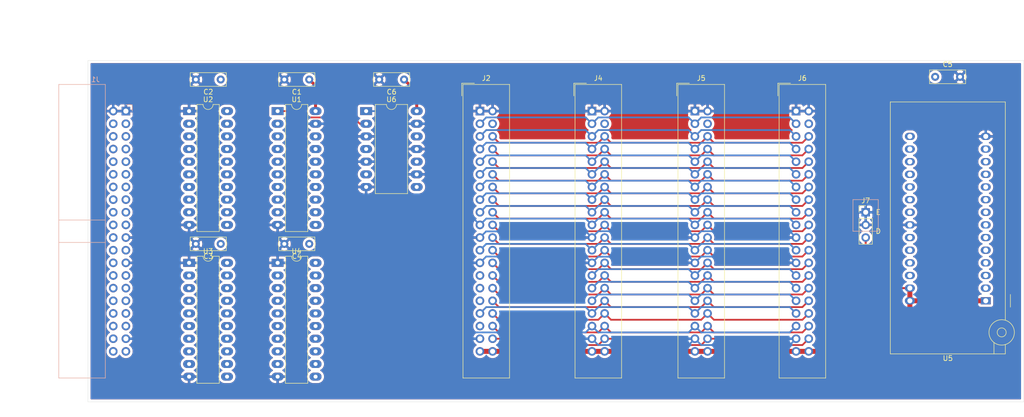
<source format=kicad_pcb>
(kicad_pcb (version 20171130) (host pcbnew "(5.1.5)-3")
  (layers (0 F.Cu signal) (31 B.Cu signal) (34 B.Paste user) (35 F.Paste user) (36 B.SilkS user) (37 F.SilkS user) (38 B.Mask user) (39 F.Mask user) (44 Edge.Cuts user))
  (net 0 "")
  (net 1 5V)
  (net 2 /A15)
  (net 3 GND)
  (net 4 /A14)
  (net 5 /2000)
  (net 6 /A13)
  (net 7 /4000)
  (net 8 /A12)
  (net 9 /6000)
  (net 10 /A11)
  (net 11 /C000)
  (net 12 /A10)
  (net 13 /CLK)
  (net 14 /A9)
  (net 15 /A8)
  (net 16 /~RESET)
  (net 17 /A7)
  (net 18 /A6)
  (net 19 /R~W)
  (net 20 /A5)
  (net 21 /D7)
  (net 22 /A4)
  (net 23 /D6)
  (net 24 /A3)
  (net 25 /D5)
  (net 26 /A2)
  (net 27 /D4)
  (net 28 /A1)
  (net 29 /D3)
  (net 30 /A0)
  (net 31 /D2)
  (net 32 /D1)
  (net 33 /D0)
  (net 34 /RDY)
  (net 35 "Net-(U1-Pad1)")
  (module Capacitor_THT:C_Rect_L7.0mm_W2.5mm_P5.00mm (layer F.Cu) (at 124.46 69.85 180)
    (fp_text reference C6 (at 2.5 -2.5) (layer F.SilkS))
    (fp_text value 100n)
    (pad 2 thru_hole circle (at 5 0 180) (size 1.6 1.6) (drill 0.8) (layers *.Cu *.Mask) (net 3 GND))
    (pad 1 thru_hole circle (at 0 0 180) (size 1.6 1.6) (drill 0.8) (layers *.Cu *.Mask) (net 1 5V))
  )
  (module Capacitor_THT:C_Rect_L7.0mm_W2.5mm_P5.00mm (layer F.Cu) (at 231.14 69.315001)
    (fp_text reference C5 (at 2.5 -2.5) (layer F.SilkS))
    (fp_text value 100n)
    (pad 2 thru_hole circle (at 5 0) (size 1.6 1.6) (drill 0.8) (layers *.Cu *.Mask) (net 3 GND))
    (pad 1 thru_hole circle (at 0 0) (size 1.6 1.6) (drill 0.8) (layers *.Cu *.Mask) (net 1 5V))
  )
  (module Capacitor_THT:C_Rect_L7.0mm_W2.5mm_P5.00mm (layer F.Cu) (at 105.41 102.87 180)
    (fp_text reference C4 (at 2.5 -2.5) (layer F.SilkS))
    (fp_text value 100n)
    (pad 2 thru_hole circle (at 5 0 180) (size 1.6 1.6) (drill 0.8) (layers *.Cu *.Mask) (net 3 GND))
    (pad 1 thru_hole circle (at 0 0 180) (size 1.6 1.6) (drill 0.8) (layers *.Cu *.Mask) (net 1 5V))
  )
  (module Capacitor_THT:C_Rect_L7.0mm_W2.5mm_P5.00mm (layer F.Cu) (at 87.63 102.87 180)
    (fp_text reference C3 (at 2.5 -2.5) (layer F.SilkS))
    (fp_text value 100n)
    (pad 2 thru_hole circle (at 5 0 180) (size 1.6 1.6) (drill 0.8) (layers *.Cu *.Mask) (net 3 GND))
    (pad 1 thru_hole circle (at 0 0 180) (size 1.6 1.6) (drill 0.8) (layers *.Cu *.Mask) (net 1 5V))
  )
  (module Capacitor_THT:C_Rect_L7.0mm_W2.5mm_P5.00mm (layer F.Cu) (at 87.63 69.85 180)
    (fp_text reference C2 (at 2.5 -2.5) (layer F.SilkS))
    (fp_text value 100n)
    (pad 2 thru_hole circle (at 5 0 180) (size 1.6 1.6) (drill 0.8) (layers *.Cu *.Mask) (net 3 GND))
    (pad 1 thru_hole circle (at 0 0 180) (size 1.6 1.6) (drill 0.8) (layers *.Cu *.Mask) (net 1 5V))
  )
  (module Capacitor_THT:C_Rect_L7.0mm_W2.5mm_P5.00mm (layer F.Cu) (at 105.41 69.85 180)
    (fp_text reference C1 (at 2.5 -2.5) (layer F.SilkS))
    (fp_text value 100n)
    (pad 2 thru_hole circle (at 5 0 180) (size 1.6 1.6) (drill 0.8) (layers *.Cu *.Mask) (net 3 GND))
    (pad 1 thru_hole circle (at 0 0 180) (size 1.6 1.6) (drill 0.8) (layers *.Cu *.Mask) (net 1 5V))
  )
  (module Package_DIP:DIP-14_W10.16mm_LongPads (layer F.Cu) (at 116.84 76.2)
    (fp_text reference U6 (at 5.08 -2.33) (layer F.SilkS))
    (fp_text value 74LS04)
    (pad 14 thru_hole oval (at 10.16 0) (size 2.4 1.6) (drill 0.8) (layers *.Cu *.Mask) (net 1 5V))
    (pad 7 thru_hole oval (at 0 15.24) (size 2.4 1.6) (drill 0.8) (layers *.Cu *.Mask) (net 3 GND))
    (pad 13 thru_hole oval (at 10.16 2.54) (size 2.4 1.6) (drill 0.8) (layers *.Cu *.Mask) (net 3 GND))
    (pad 6 thru_hole oval (at 0 12.7) (size 2.4 1.6) (drill 0.8) (layers *.Cu *.Mask))
    (pad 12 thru_hole oval (at 10.16 5.08) (size 2.4 1.6) (drill 0.8) (layers *.Cu *.Mask))
    (pad 5 thru_hole oval (at 0 10.16) (size 2.4 1.6) (drill 0.8) (layers *.Cu *.Mask) (net 3 GND))
    (pad 11 thru_hole oval (at 10.16 7.62) (size 2.4 1.6) (drill 0.8) (layers *.Cu *.Mask) (net 3 GND))
    (pad 4 thru_hole oval (at 0 7.62) (size 2.4 1.6) (drill 0.8) (layers *.Cu *.Mask))
    (pad 10 thru_hole oval (at 10.16 10.16) (size 2.4 1.6) (drill 0.8) (layers *.Cu *.Mask))
    (pad 3 thru_hole oval (at 0 5.08) (size 2.4 1.6) (drill 0.8) (layers *.Cu *.Mask) (net 3 GND))
    (pad 9 thru_hole oval (at 10.16 12.7) (size 2.4 1.6) (drill 0.8) (layers *.Cu *.Mask) (net 3 GND))
    (pad 2 thru_hole oval (at 0 2.54) (size 2.4 1.6) (drill 0.8) (layers *.Cu *.Mask) (net 35 "Net-(U1-Pad1)"))
    (pad 8 thru_hole oval (at 10.16 15.24) (size 2.4 1.6) (drill 0.8) (layers *.Cu *.Mask))
    (pad 1 thru_hole rect (at 0 0) (size 2.4 1.6) (drill 0.8) (layers *.Cu *.Mask) (net 19 /R~W))
  )
  (module Package_DIP:DIP-20_W7.62mm_LongPads (layer F.Cu) (at 99.06 106.68)
    (fp_text reference U4 (at 3.81 -2.33) (layer F.SilkS))
    (fp_text value 74LS373)
    (pad 20 thru_hole oval (at 7.62 0) (size 2.4 1.6) (drill 0.8) (layers *.Cu *.Mask) (net 1 5V))
    (pad 10 thru_hole oval (at 0 22.86) (size 2.4 1.6) (drill 0.8) (layers *.Cu *.Mask) (net 3 GND))
    (pad 19 thru_hole oval (at 7.62 2.54) (size 2.4 1.6) (drill 0.8) (layers *.Cu *.Mask) (net 5 /2000))
    (pad 9 thru_hole oval (at 0 20.32) (size 2.4 1.6) (drill 0.8) (layers *.Cu *.Mask) (net 13 /CLK))
    (pad 18 thru_hole oval (at 7.62 5.08) (size 2.4 1.6) (drill 0.8) (layers *.Cu *.Mask) (net 5 /2000))
    (pad 8 thru_hole oval (at 0 17.78) (size 2.4 1.6) (drill 0.8) (layers *.Cu *.Mask) (net 13 /CLK))
    (pad 17 thru_hole oval (at 7.62 7.62) (size 2.4 1.6) (drill 0.8) (layers *.Cu *.Mask) (net 7 /4000))
    (pad 7 thru_hole oval (at 0 15.24) (size 2.4 1.6) (drill 0.8) (layers *.Cu *.Mask) (net 34 /RDY))
    (pad 16 thru_hole oval (at 7.62 10.16) (size 2.4 1.6) (drill 0.8) (layers *.Cu *.Mask) (net 7 /4000))
    (pad 6 thru_hole oval (at 0 12.7) (size 2.4 1.6) (drill 0.8) (layers *.Cu *.Mask) (net 34 /RDY))
    (pad 15 thru_hole oval (at 7.62 12.7) (size 2.4 1.6) (drill 0.8) (layers *.Cu *.Mask) (net 9 /6000))
    (pad 5 thru_hole oval (at 0 10.16) (size 2.4 1.6) (drill 0.8) (layers *.Cu *.Mask) (net 16 /~RESET))
    (pad 14 thru_hole oval (at 7.62 15.24) (size 2.4 1.6) (drill 0.8) (layers *.Cu *.Mask) (net 9 /6000))
    (pad 4 thru_hole oval (at 0 7.62) (size 2.4 1.6) (drill 0.8) (layers *.Cu *.Mask) (net 16 /~RESET))
    (pad 13 thru_hole oval (at 7.62 17.78) (size 2.4 1.6) (drill 0.8) (layers *.Cu *.Mask) (net 11 /C000))
    (pad 3 thru_hole oval (at 0 5.08) (size 2.4 1.6) (drill 0.8) (layers *.Cu *.Mask) (net 19 /R~W))
    (pad 12 thru_hole oval (at 7.62 20.32) (size 2.4 1.6) (drill 0.8) (layers *.Cu *.Mask) (net 11 /C000))
    (pad 2 thru_hole oval (at 0 2.54) (size 2.4 1.6) (drill 0.8) (layers *.Cu *.Mask) (net 19 /R~W))
    (pad 11 thru_hole oval (at 7.62 22.86) (size 2.4 1.6) (drill 0.8) (layers *.Cu *.Mask) (net 13 /CLK))
    (pad 1 thru_hole rect (at 0 0) (size 2.4 1.6) (drill 0.8) (layers *.Cu *.Mask) (net 3 GND))
  )
  (module Connector_IDC:IDC-Header_2x20_P2.54mm_Horizontal (layer B.Cu) (at 68.58 76.2 180)
    (fp_text reference J1 (at 6.105 6.35) (layer B.SilkS) (effects (justify mirror)))
    (fp_text value "TO A6502")
    (pad 40 thru_hole oval (at 2.54 -48.26 180) (size 1.7272 1.7272) (drill 1.016) (layers *.Cu *.Mask) (net 1 5V))
    (pad 39 thru_hole oval (at 0 -48.26 180) (size 1.7272 1.7272) (drill 1.016) (layers *.Cu *.Mask) (net 1 5V))
    (pad 38 thru_hole oval (at 2.54 -45.72 180) (size 1.7272 1.7272) (drill 1.016) (layers *.Cu *.Mask) (net 2 /A15))
    (pad 37 thru_hole oval (at 0 -45.72 180) (size 1.7272 1.7272) (drill 1.016) (layers *.Cu *.Mask) (net 3 GND))
    (pad 36 thru_hole oval (at 2.54 -43.18 180) (size 1.7272 1.7272) (drill 1.016) (layers *.Cu *.Mask) (net 4 /A14))
    (pad 35 thru_hole oval (at 0 -43.18 180) (size 1.7272 1.7272) (drill 1.016) (layers *.Cu *.Mask) (net 5 /2000))
    (pad 34 thru_hole oval (at 2.54 -40.64 180) (size 1.7272 1.7272) (drill 1.016) (layers *.Cu *.Mask) (net 6 /A13))
    (pad 33 thru_hole oval (at 0 -40.64 180) (size 1.7272 1.7272) (drill 1.016) (layers *.Cu *.Mask) (net 7 /4000))
    (pad 32 thru_hole oval (at 2.54 -38.1 180) (size 1.7272 1.7272) (drill 1.016) (layers *.Cu *.Mask) (net 8 /A12))
    (pad 31 thru_hole oval (at 0 -38.1 180) (size 1.7272 1.7272) (drill 1.016) (layers *.Cu *.Mask) (net 9 /6000))
    (pad 30 thru_hole oval (at 2.54 -35.56 180) (size 1.7272 1.7272) (drill 1.016) (layers *.Cu *.Mask) (net 10 /A11))
    (pad 29 thru_hole oval (at 0 -35.56 180) (size 1.7272 1.7272) (drill 1.016) (layers *.Cu *.Mask) (net 11 /C000))
    (pad 28 thru_hole oval (at 2.54 -33.02 180) (size 1.7272 1.7272) (drill 1.016) (layers *.Cu *.Mask) (net 12 /A10))
    (pad 27 thru_hole oval (at 0 -33.02 180) (size 1.7272 1.7272) (drill 1.016) (layers *.Cu *.Mask) (net 13 /CLK))
    (pad 26 thru_hole oval (at 2.54 -30.48 180) (size 1.7272 1.7272) (drill 1.016) (layers *.Cu *.Mask) (net 14 /A9))
    (pad 25 thru_hole oval (at 0 -30.48 180) (size 1.7272 1.7272) (drill 1.016) (layers *.Cu *.Mask) (net 3 GND))
    (pad 24 thru_hole oval (at 2.54 -27.94 180) (size 1.7272 1.7272) (drill 1.016) (layers *.Cu *.Mask) (net 15 /A8))
    (pad 23 thru_hole oval (at 0 -27.94 180) (size 1.7272 1.7272) (drill 1.016) (layers *.Cu *.Mask) (net 16 /~RESET))
    (pad 22 thru_hole oval (at 2.54 -25.4 180) (size 1.7272 1.7272) (drill 1.016) (layers *.Cu *.Mask) (net 17 /A7))
    (pad 21 thru_hole oval (at 0 -25.4 180) (size 1.7272 1.7272) (drill 1.016) (layers *.Cu *.Mask) (net 3 GND))
    (pad 20 thru_hole oval (at 2.54 -22.86 180) (size 1.7272 1.7272) (drill 1.016) (layers *.Cu *.Mask) (net 18 /A6))
    (pad 19 thru_hole oval (at 0 -22.86 180) (size 1.7272 1.7272) (drill 1.016) (layers *.Cu *.Mask) (net 19 /R~W))
    (pad 18 thru_hole oval (at 2.54 -20.32 180) (size 1.7272 1.7272) (drill 1.016) (layers *.Cu *.Mask) (net 20 /A5))
    (pad 17 thru_hole oval (at 0 -20.32 180) (size 1.7272 1.7272) (drill 1.016) (layers *.Cu *.Mask) (net 21 /D7))
    (pad 16 thru_hole oval (at 2.54 -17.78 180) (size 1.7272 1.7272) (drill 1.016) (layers *.Cu *.Mask) (net 22 /A4))
    (pad 15 thru_hole oval (at 0 -17.78 180) (size 1.7272 1.7272) (drill 1.016) (layers *.Cu *.Mask) (net 23 /D6))
    (pad 14 thru_hole oval (at 2.54 -15.24 180) (size 1.7272 1.7272) (drill 1.016) (layers *.Cu *.Mask) (net 24 /A3))
    (pad 13 thru_hole oval (at 0 -15.24 180) (size 1.7272 1.7272) (drill 1.016) (layers *.Cu *.Mask) (net 25 /D5))
    (pad 12 thru_hole oval (at 2.54 -12.7 180) (size 1.7272 1.7272) (drill 1.016) (layers *.Cu *.Mask) (net 26 /A2))
    (pad 11 thru_hole oval (at 0 -12.7 180) (size 1.7272 1.7272) (drill 1.016) (layers *.Cu *.Mask) (net 27 /D4))
    (pad 10 thru_hole oval (at 2.54 -10.16 180) (size 1.7272 1.7272) (drill 1.016) (layers *.Cu *.Mask) (net 28 /A1))
    (pad 9 thru_hole oval (at 0 -10.16 180) (size 1.7272 1.7272) (drill 1.016) (layers *.Cu *.Mask) (net 29 /D3))
    (pad 8 thru_hole oval (at 2.54 -7.62 180) (size 1.7272 1.7272) (drill 1.016) (layers *.Cu *.Mask) (net 30 /A0))
    (pad 7 thru_hole oval (at 0 -7.62 180) (size 1.7272 1.7272) (drill 1.016) (layers *.Cu *.Mask) (net 31 /D2))
    (pad 6 thru_hole oval (at 2.54 -5.08 180) (size 1.7272 1.7272) (drill 1.016) (layers *.Cu *.Mask) (net 34 /RDY))
    (pad 5 thru_hole oval (at 0 -5.08 180) (size 1.7272 1.7272) (drill 1.016) (layers *.Cu *.Mask) (net 32 /D1))
    (pad 4 thru_hole oval (at 2.54 -2.54 180) (size 1.7272 1.7272) (drill 1.016) (layers *.Cu *.Mask))
    (pad 3 thru_hole oval (at 0 -2.54 180) (size 1.7272 1.7272) (drill 1.016) (layers *.Cu *.Mask) (net 33 /D0))
    (pad 2 thru_hole oval (at 2.54 0 180) (size 1.7272 1.7272) (drill 1.016) (layers *.Cu *.Mask) (net 3 GND))
    (pad 1 thru_hole rect (at 0 0 180) (size 1.7272 1.7272) (drill 1.016) (layers *.Cu *.Mask) (net 3 GND))
  )
  (module Socket:DIP_Socket-28_W11.9_W12.7_W15.24_W17.78_W18.5_3M_228-1277-00-0602J (layer F.Cu) (at 241.3 114.3 180)
    (fp_text reference U5 (at 7.62 -11.56) (layer F.SilkS))
    (fp_text value 2764)
    (pad 15 thru_hole oval (at 15.24 33.02 180) (size 2 1.44) (drill 1) (layers *.Cu *.Mask) (net 29 /D3))
    (pad 14 thru_hole oval (at 0 33.02 180) (size 2 1.44) (drill 1) (layers *.Cu *.Mask) (net 3 GND))
    (pad 16 thru_hole oval (at 15.24 30.48 180) (size 2 1.44) (drill 1) (layers *.Cu *.Mask) (net 27 /D4))
    (pad 13 thru_hole oval (at 0 30.48 180) (size 2 1.44) (drill 1) (layers *.Cu *.Mask) (net 31 /D2))
    (pad 17 thru_hole oval (at 15.24 27.94 180) (size 2 1.44) (drill 1) (layers *.Cu *.Mask) (net 25 /D5))
    (pad 12 thru_hole oval (at 0 27.94 180) (size 2 1.44) (drill 1) (layers *.Cu *.Mask) (net 32 /D1))
    (pad 18 thru_hole oval (at 15.24 25.4 180) (size 2 1.44) (drill 1) (layers *.Cu *.Mask) (net 23 /D6))
    (pad 11 thru_hole oval (at 0 25.4 180) (size 2 1.44) (drill 1) (layers *.Cu *.Mask) (net 33 /D0))
    (pad 19 thru_hole oval (at 15.24 22.86 180) (size 2 1.44) (drill 1) (layers *.Cu *.Mask) (net 21 /D7))
    (pad 10 thru_hole oval (at 0 22.86 180) (size 2 1.44) (drill 1) (layers *.Cu *.Mask) (net 30 /A0))
    (pad 20 thru_hole oval (at 15.24 20.32 180) (size 2 1.44) (drill 1) (layers *.Cu *.Mask) (net 11 /C000))
    (pad 9 thru_hole oval (at 0 20.32 180) (size 2 1.44) (drill 1) (layers *.Cu *.Mask) (net 28 /A1))
    (pad 21 thru_hole oval (at 15.24 17.78 180) (size 2 1.44) (drill 1) (layers *.Cu *.Mask) (net 12 /A10))
    (pad 8 thru_hole oval (at 0 17.78 180) (size 2 1.44) (drill 1) (layers *.Cu *.Mask) (net 26 /A2))
    (pad 22 thru_hole oval (at 15.24 15.24 180) (size 2 1.44) (drill 1) (layers *.Cu *.Mask) (net 3 GND))
    (pad 7 thru_hole oval (at 0 15.24 180) (size 2 1.44) (drill 1) (layers *.Cu *.Mask) (net 24 /A3))
    (pad 23 thru_hole oval (at 15.24 12.7 180) (size 2 1.44) (drill 1) (layers *.Cu *.Mask) (net 10 /A11))
    (pad 6 thru_hole oval (at 0 12.7 180) (size 2 1.44) (drill 1) (layers *.Cu *.Mask) (net 22 /A4))
    (pad 24 thru_hole oval (at 15.24 10.16 180) (size 2 1.44) (drill 1) (layers *.Cu *.Mask) (net 14 /A9))
    (pad 5 thru_hole oval (at 0 10.16 180) (size 2 1.44) (drill 1) (layers *.Cu *.Mask) (net 20 /A5))
    (pad 25 thru_hole oval (at 15.24 7.62 180) (size 2 1.44) (drill 1) (layers *.Cu *.Mask) (net 15 /A8))
    (pad 4 thru_hole oval (at 0 7.62 180) (size 2 1.44) (drill 1) (layers *.Cu *.Mask) (net 18 /A6))
    (pad 26 thru_hole oval (at 15.24 5.08 180) (size 2 1.44) (drill 1) (layers *.Cu *.Mask))
    (pad 3 thru_hole oval (at 0 5.08 180) (size 2 1.44) (drill 1) (layers *.Cu *.Mask) (net 17 /A7))
    (pad 27 thru_hole oval (at 15.24 2.54 180) (size 2 1.44) (drill 1) (layers *.Cu *.Mask) (net 1 5V))
    (pad 2 thru_hole oval (at 0 2.54 180) (size 2 1.44) (drill 1) (layers *.Cu *.Mask) (net 6 /A13))
    (pad 28 thru_hole oval (at 15.24 0 180) (size 2 1.44) (drill 1) (layers *.Cu *.Mask) (net 1 5V))
    (pad 1 thru_hole rect (at 0 0 180) (size 2 1.44) (drill 1) (layers *.Cu *.Mask) (net 1 5V))
  )
  (module Package_DIP:DIP-20_W7.62mm_LongPads (layer F.Cu) (at 81.28 106.68)
    (fp_text reference U3 (at 3.81 -2.33) (layer F.SilkS))
    (fp_text value 74LS373)
    (pad 20 thru_hole oval (at 7.62 0) (size 2.4 1.6) (drill 0.8) (layers *.Cu *.Mask) (net 1 5V))
    (pad 10 thru_hole oval (at 0 22.86) (size 2.4 1.6) (drill 0.8) (layers *.Cu *.Mask) (net 3 GND))
    (pad 19 thru_hole oval (at 7.62 2.54) (size 2.4 1.6) (drill 0.8) (layers *.Cu *.Mask) (net 2 /A15))
    (pad 9 thru_hole oval (at 0 20.32) (size 2.4 1.6) (drill 0.8) (layers *.Cu *.Mask) (net 10 /A11))
    (pad 18 thru_hole oval (at 7.62 5.08) (size 2.4 1.6) (drill 0.8) (layers *.Cu *.Mask) (net 2 /A15))
    (pad 8 thru_hole oval (at 0 17.78) (size 2.4 1.6) (drill 0.8) (layers *.Cu *.Mask) (net 10 /A11))
    (pad 17 thru_hole oval (at 7.62 7.62) (size 2.4 1.6) (drill 0.8) (layers *.Cu *.Mask) (net 4 /A14))
    (pad 7 thru_hole oval (at 0 15.24) (size 2.4 1.6) (drill 0.8) (layers *.Cu *.Mask) (net 12 /A10))
    (pad 16 thru_hole oval (at 7.62 10.16) (size 2.4 1.6) (drill 0.8) (layers *.Cu *.Mask) (net 4 /A14))
    (pad 6 thru_hole oval (at 0 12.7) (size 2.4 1.6) (drill 0.8) (layers *.Cu *.Mask) (net 12 /A10))
    (pad 15 thru_hole oval (at 7.62 12.7) (size 2.4 1.6) (drill 0.8) (layers *.Cu *.Mask) (net 6 /A13))
    (pad 5 thru_hole oval (at 0 10.16) (size 2.4 1.6) (drill 0.8) (layers *.Cu *.Mask) (net 14 /A9))
    (pad 14 thru_hole oval (at 7.62 15.24) (size 2.4 1.6) (drill 0.8) (layers *.Cu *.Mask) (net 6 /A13))
    (pad 4 thru_hole oval (at 0 7.62) (size 2.4 1.6) (drill 0.8) (layers *.Cu *.Mask) (net 14 /A9))
    (pad 13 thru_hole oval (at 7.62 17.78) (size 2.4 1.6) (drill 0.8) (layers *.Cu *.Mask) (net 8 /A12))
    (pad 3 thru_hole oval (at 0 5.08) (size 2.4 1.6) (drill 0.8) (layers *.Cu *.Mask) (net 15 /A8))
    (pad 12 thru_hole oval (at 7.62 20.32) (size 2.4 1.6) (drill 0.8) (layers *.Cu *.Mask) (net 8 /A12))
    (pad 2 thru_hole oval (at 0 2.54) (size 2.4 1.6) (drill 0.8) (layers *.Cu *.Mask) (net 15 /A8))
    (pad 11 thru_hole oval (at 7.62 22.86) (size 2.4 1.6) (drill 0.8) (layers *.Cu *.Mask) (net 13 /CLK))
    (pad 1 thru_hole rect (at 0 0) (size 2.4 1.6) (drill 0.8) (layers *.Cu *.Mask) (net 3 GND))
  )
  (module Package_DIP:DIP-20_W7.62mm_LongPads (layer F.Cu) (at 81.28 76.2)
    (fp_text reference U2 (at 3.81 -2.33) (layer F.SilkS))
    (fp_text value 74LS373)
    (pad 20 thru_hole oval (at 7.62 0) (size 2.4 1.6) (drill 0.8) (layers *.Cu *.Mask) (net 1 5V))
    (pad 10 thru_hole oval (at 0 22.86) (size 2.4 1.6) (drill 0.8) (layers *.Cu *.Mask) (net 3 GND))
    (pad 19 thru_hole oval (at 7.62 2.54) (size 2.4 1.6) (drill 0.8) (layers *.Cu *.Mask) (net 17 /A7))
    (pad 9 thru_hole oval (at 0 20.32) (size 2.4 1.6) (drill 0.8) (layers *.Cu *.Mask) (net 24 /A3))
    (pad 18 thru_hole oval (at 7.62 5.08) (size 2.4 1.6) (drill 0.8) (layers *.Cu *.Mask) (net 17 /A7))
    (pad 8 thru_hole oval (at 0 17.78) (size 2.4 1.6) (drill 0.8) (layers *.Cu *.Mask) (net 24 /A3))
    (pad 17 thru_hole oval (at 7.62 7.62) (size 2.4 1.6) (drill 0.8) (layers *.Cu *.Mask) (net 18 /A6))
    (pad 7 thru_hole oval (at 0 15.24) (size 2.4 1.6) (drill 0.8) (layers *.Cu *.Mask) (net 26 /A2))
    (pad 16 thru_hole oval (at 7.62 10.16) (size 2.4 1.6) (drill 0.8) (layers *.Cu *.Mask) (net 18 /A6))
    (pad 6 thru_hole oval (at 0 12.7) (size 2.4 1.6) (drill 0.8) (layers *.Cu *.Mask) (net 26 /A2))
    (pad 15 thru_hole oval (at 7.62 12.7) (size 2.4 1.6) (drill 0.8) (layers *.Cu *.Mask) (net 20 /A5))
    (pad 5 thru_hole oval (at 0 10.16) (size 2.4 1.6) (drill 0.8) (layers *.Cu *.Mask) (net 28 /A1))
    (pad 14 thru_hole oval (at 7.62 15.24) (size 2.4 1.6) (drill 0.8) (layers *.Cu *.Mask) (net 20 /A5))
    (pad 4 thru_hole oval (at 0 7.62) (size 2.4 1.6) (drill 0.8) (layers *.Cu *.Mask) (net 28 /A1))
    (pad 13 thru_hole oval (at 7.62 17.78) (size 2.4 1.6) (drill 0.8) (layers *.Cu *.Mask) (net 22 /A4))
    (pad 3 thru_hole oval (at 0 5.08) (size 2.4 1.6) (drill 0.8) (layers *.Cu *.Mask) (net 30 /A0))
    (pad 12 thru_hole oval (at 7.62 20.32) (size 2.4 1.6) (drill 0.8) (layers *.Cu *.Mask) (net 22 /A4))
    (pad 2 thru_hole oval (at 0 2.54) (size 2.4 1.6) (drill 0.8) (layers *.Cu *.Mask) (net 30 /A0))
    (pad 11 thru_hole oval (at 7.62 22.86) (size 2.4 1.6) (drill 0.8) (layers *.Cu *.Mask) (net 13 /CLK))
    (pad 1 thru_hole rect (at 0 0) (size 2.4 1.6) (drill 0.8) (layers *.Cu *.Mask) (net 3 GND))
  )
  (module Package_DIP:DIP-20_W7.62mm_LongPads (layer F.Cu) (at 99.06 76.2)
    (fp_text reference U1 (at 3.81 -2.33) (layer F.SilkS))
    (fp_text value 74LS245)
    (pad 20 thru_hole oval (at 7.62 0) (size 2.4 1.6) (drill 0.8) (layers *.Cu *.Mask) (net 1 5V))
    (pad 10 thru_hole oval (at 0 22.86) (size 2.4 1.6) (drill 0.8) (layers *.Cu *.Mask) (net 3 GND))
    (pad 19 thru_hole oval (at 7.62 2.54) (size 2.4 1.6) (drill 0.8) (layers *.Cu *.Mask) (net 3 GND))
    (pad 9 thru_hole oval (at 0 20.32) (size 2.4 1.6) (drill 0.8) (layers *.Cu *.Mask) (net 21 /D7))
    (pad 18 thru_hole oval (at 7.62 5.08) (size 2.4 1.6) (drill 0.8) (layers *.Cu *.Mask) (net 33 /D0))
    (pad 8 thru_hole oval (at 0 17.78) (size 2.4 1.6) (drill 0.8) (layers *.Cu *.Mask) (net 23 /D6))
    (pad 17 thru_hole oval (at 7.62 7.62) (size 2.4 1.6) (drill 0.8) (layers *.Cu *.Mask) (net 32 /D1))
    (pad 7 thru_hole oval (at 0 15.24) (size 2.4 1.6) (drill 0.8) (layers *.Cu *.Mask) (net 25 /D5))
    (pad 16 thru_hole oval (at 7.62 10.16) (size 2.4 1.6) (drill 0.8) (layers *.Cu *.Mask) (net 31 /D2))
    (pad 6 thru_hole oval (at 0 12.7) (size 2.4 1.6) (drill 0.8) (layers *.Cu *.Mask) (net 27 /D4))
    (pad 15 thru_hole oval (at 7.62 12.7) (size 2.4 1.6) (drill 0.8) (layers *.Cu *.Mask) (net 29 /D3))
    (pad 5 thru_hole oval (at 0 10.16) (size 2.4 1.6) (drill 0.8) (layers *.Cu *.Mask) (net 29 /D3))
    (pad 14 thru_hole oval (at 7.62 15.24) (size 2.4 1.6) (drill 0.8) (layers *.Cu *.Mask) (net 27 /D4))
    (pad 4 thru_hole oval (at 0 7.62) (size 2.4 1.6) (drill 0.8) (layers *.Cu *.Mask) (net 31 /D2))
    (pad 13 thru_hole oval (at 7.62 17.78) (size 2.4 1.6) (drill 0.8) (layers *.Cu *.Mask) (net 25 /D5))
    (pad 3 thru_hole oval (at 0 5.08) (size 2.4 1.6) (drill 0.8) (layers *.Cu *.Mask) (net 32 /D1))
    (pad 12 thru_hole oval (at 7.62 20.32) (size 2.4 1.6) (drill 0.8) (layers *.Cu *.Mask) (net 23 /D6))
    (pad 2 thru_hole oval (at 0 2.54) (size 2.4 1.6) (drill 0.8) (layers *.Cu *.Mask) (net 33 /D0))
    (pad 11 thru_hole oval (at 7.62 22.86) (size 2.4 1.6) (drill 0.8) (layers *.Cu *.Mask) (net 21 /D7))
    (pad 1 thru_hole rect (at 0 0) (size 2.4 1.6) (drill 0.8) (layers *.Cu *.Mask) (net 35 "Net-(U1-Pad1)"))
  )
  (module Connector_PinHeader_2.54mm:PinHeader_1x03_P2.54mm_Vertical (layer F.Cu) (at 217.1827 96.52)
    (fp_text reference J7 (at 0 -2.33) (layer F.SilkS))
    (fp_text value "User Rom Enable")
    (pad 3 thru_hole oval (at 0 5.08) (size 1.7 1.7) (drill 1) (layers *.Cu *.Mask) (net 1 5V))
    (pad 2 thru_hole oval (at 0 2.54) (size 1.7 1.7) (drill 1) (layers *.Cu *.Mask) (net 3 GND))
    (pad 1 thru_hole rect (at 0 0) (size 1.7 1.7) (drill 1) (layers *.Cu *.Mask) (net 3 GND))
  )
  (module Connector_IDC:IDC-Header_2x20_P2.54mm_Vertical (layer F.Cu) (at 203.2 76.2)
    (fp_text reference J6 (at 1.27 -6.604) (layer F.SilkS))
    (fp_text value EX2)
    (pad 40 thru_hole oval (at 2.54 48.26) (size 1.7272 1.7272) (drill 1.016) (layers *.Cu *.Mask) (net 1 5V))
    (pad 39 thru_hole oval (at 0 48.26) (size 1.7272 1.7272) (drill 1.016) (layers *.Cu *.Mask) (net 1 5V))
    (pad 38 thru_hole oval (at 2.54 45.72) (size 1.7272 1.7272) (drill 1.016) (layers *.Cu *.Mask) (net 2 /A15))
    (pad 37 thru_hole oval (at 0 45.72) (size 1.7272 1.7272) (drill 1.016) (layers *.Cu *.Mask) (net 3 GND))
    (pad 36 thru_hole oval (at 2.54 43.18) (size 1.7272 1.7272) (drill 1.016) (layers *.Cu *.Mask) (net 4 /A14))
    (pad 35 thru_hole oval (at 0 43.18) (size 1.7272 1.7272) (drill 1.016) (layers *.Cu *.Mask) (net 5 /2000))
    (pad 34 thru_hole oval (at 2.54 40.64) (size 1.7272 1.7272) (drill 1.016) (layers *.Cu *.Mask) (net 6 /A13))
    (pad 33 thru_hole oval (at 0 40.64) (size 1.7272 1.7272) (drill 1.016) (layers *.Cu *.Mask) (net 7 /4000))
    (pad 32 thru_hole oval (at 2.54 38.1) (size 1.7272 1.7272) (drill 1.016) (layers *.Cu *.Mask) (net 8 /A12))
    (pad 31 thru_hole oval (at 0 38.1) (size 1.7272 1.7272) (drill 1.016) (layers *.Cu *.Mask) (net 9 /6000))
    (pad 30 thru_hole oval (at 2.54 35.56) (size 1.7272 1.7272) (drill 1.016) (layers *.Cu *.Mask) (net 10 /A11))
    (pad 29 thru_hole oval (at 0 35.56) (size 1.7272 1.7272) (drill 1.016) (layers *.Cu *.Mask) (net 11 /C000))
    (pad 28 thru_hole oval (at 2.54 33.02) (size 1.7272 1.7272) (drill 1.016) (layers *.Cu *.Mask) (net 12 /A10))
    (pad 27 thru_hole oval (at 0 33.02) (size 1.7272 1.7272) (drill 1.016) (layers *.Cu *.Mask) (net 13 /CLK))
    (pad 26 thru_hole oval (at 2.54 30.48) (size 1.7272 1.7272) (drill 1.016) (layers *.Cu *.Mask) (net 14 /A9))
    (pad 25 thru_hole oval (at 0 30.48) (size 1.7272 1.7272) (drill 1.016) (layers *.Cu *.Mask) (net 3 GND))
    (pad 24 thru_hole oval (at 2.54 27.94) (size 1.7272 1.7272) (drill 1.016) (layers *.Cu *.Mask) (net 15 /A8))
    (pad 23 thru_hole oval (at 0 27.94) (size 1.7272 1.7272) (drill 1.016) (layers *.Cu *.Mask) (net 16 /~RESET))
    (pad 22 thru_hole oval (at 2.54 25.4) (size 1.7272 1.7272) (drill 1.016) (layers *.Cu *.Mask) (net 17 /A7))
    (pad 21 thru_hole oval (at 0 25.4) (size 1.7272 1.7272) (drill 1.016) (layers *.Cu *.Mask) (net 3 GND))
    (pad 20 thru_hole oval (at 2.54 22.86) (size 1.7272 1.7272) (drill 1.016) (layers *.Cu *.Mask) (net 18 /A6))
    (pad 19 thru_hole oval (at 0 22.86) (size 1.7272 1.7272) (drill 1.016) (layers *.Cu *.Mask) (net 19 /R~W))
    (pad 18 thru_hole oval (at 2.54 20.32) (size 1.7272 1.7272) (drill 1.016) (layers *.Cu *.Mask) (net 20 /A5))
    (pad 17 thru_hole oval (at 0 20.32) (size 1.7272 1.7272) (drill 1.016) (layers *.Cu *.Mask) (net 21 /D7))
    (pad 16 thru_hole oval (at 2.54 17.78) (size 1.7272 1.7272) (drill 1.016) (layers *.Cu *.Mask) (net 22 /A4))
    (pad 15 thru_hole oval (at 0 17.78) (size 1.7272 1.7272) (drill 1.016) (layers *.Cu *.Mask) (net 23 /D6))
    (pad 14 thru_hole oval (at 2.54 15.24) (size 1.7272 1.7272) (drill 1.016) (layers *.Cu *.Mask) (net 24 /A3))
    (pad 13 thru_hole oval (at 0 15.24) (size 1.7272 1.7272) (drill 1.016) (layers *.Cu *.Mask) (net 25 /D5))
    (pad 12 thru_hole oval (at 2.54 12.7) (size 1.7272 1.7272) (drill 1.016) (layers *.Cu *.Mask) (net 26 /A2))
    (pad 11 thru_hole oval (at 0 12.7) (size 1.7272 1.7272) (drill 1.016) (layers *.Cu *.Mask) (net 27 /D4))
    (pad 10 thru_hole oval (at 2.54 10.16) (size 1.7272 1.7272) (drill 1.016) (layers *.Cu *.Mask) (net 28 /A1))
    (pad 9 thru_hole oval (at 0 10.16) (size 1.7272 1.7272) (drill 1.016) (layers *.Cu *.Mask) (net 29 /D3))
    (pad 8 thru_hole oval (at 2.54 7.62) (size 1.7272 1.7272) (drill 1.016) (layers *.Cu *.Mask) (net 30 /A0))
    (pad 7 thru_hole oval (at 0 7.62) (size 1.7272 1.7272) (drill 1.016) (layers *.Cu *.Mask) (net 31 /D2))
    (pad 6 thru_hole oval (at 2.54 5.08) (size 1.7272 1.7272) (drill 1.016) (layers *.Cu *.Mask) (net 34 /RDY))
    (pad 5 thru_hole oval (at 0 5.08) (size 1.7272 1.7272) (drill 1.016) (layers *.Cu *.Mask) (net 32 /D1))
    (pad 4 thru_hole oval (at 2.54 2.54) (size 1.7272 1.7272) (drill 1.016) (layers *.Cu *.Mask))
    (pad 3 thru_hole oval (at 0 2.54) (size 1.7272 1.7272) (drill 1.016) (layers *.Cu *.Mask) (net 33 /D0))
    (pad 2 thru_hole oval (at 2.54 0) (size 1.7272 1.7272) (drill 1.016) (layers *.Cu *.Mask) (net 3 GND))
    (pad 1 thru_hole rect (at 0 0) (size 1.7272 1.7272) (drill 1.016) (layers *.Cu *.Mask) (net 3 GND))
  )
  (module Connector_IDC:IDC-Header_2x20_P2.54mm_Vertical (layer F.Cu) (at 182.88 76.2)
    (fp_text reference J5 (at 1.27 -6.604) (layer F.SilkS))
    (fp_text value EX1)
    (pad 40 thru_hole oval (at 2.54 48.26) (size 1.7272 1.7272) (drill 1.016) (layers *.Cu *.Mask) (net 1 5V))
    (pad 39 thru_hole oval (at 0 48.26) (size 1.7272 1.7272) (drill 1.016) (layers *.Cu *.Mask) (net 1 5V))
    (pad 38 thru_hole oval (at 2.54 45.72) (size 1.7272 1.7272) (drill 1.016) (layers *.Cu *.Mask) (net 2 /A15))
    (pad 37 thru_hole oval (at 0 45.72) (size 1.7272 1.7272) (drill 1.016) (layers *.Cu *.Mask) (net 3 GND))
    (pad 36 thru_hole oval (at 2.54 43.18) (size 1.7272 1.7272) (drill 1.016) (layers *.Cu *.Mask) (net 4 /A14))
    (pad 35 thru_hole oval (at 0 43.18) (size 1.7272 1.7272) (drill 1.016) (layers *.Cu *.Mask) (net 5 /2000))
    (pad 34 thru_hole oval (at 2.54 40.64) (size 1.7272 1.7272) (drill 1.016) (layers *.Cu *.Mask) (net 6 /A13))
    (pad 33 thru_hole oval (at 0 40.64) (size 1.7272 1.7272) (drill 1.016) (layers *.Cu *.Mask) (net 7 /4000))
    (pad 32 thru_hole oval (at 2.54 38.1) (size 1.7272 1.7272) (drill 1.016) (layers *.Cu *.Mask) (net 8 /A12))
    (pad 31 thru_hole oval (at 0 38.1) (size 1.7272 1.7272) (drill 1.016) (layers *.Cu *.Mask) (net 9 /6000))
    (pad 30 thru_hole oval (at 2.54 35.56) (size 1.7272 1.7272) (drill 1.016) (layers *.Cu *.Mask) (net 10 /A11))
    (pad 29 thru_hole oval (at 0 35.56) (size 1.7272 1.7272) (drill 1.016) (layers *.Cu *.Mask) (net 11 /C000))
    (pad 28 thru_hole oval (at 2.54 33.02) (size 1.7272 1.7272) (drill 1.016) (layers *.Cu *.Mask) (net 12 /A10))
    (pad 27 thru_hole oval (at 0 33.02) (size 1.7272 1.7272) (drill 1.016) (layers *.Cu *.Mask) (net 13 /CLK))
    (pad 26 thru_hole oval (at 2.54 30.48) (size 1.7272 1.7272) (drill 1.016) (layers *.Cu *.Mask) (net 14 /A9))
    (pad 25 thru_hole oval (at 0 30.48) (size 1.7272 1.7272) (drill 1.016) (layers *.Cu *.Mask) (net 3 GND))
    (pad 24 thru_hole oval (at 2.54 27.94) (size 1.7272 1.7272) (drill 1.016) (layers *.Cu *.Mask) (net 15 /A8))
    (pad 23 thru_hole oval (at 0 27.94) (size 1.7272 1.7272) (drill 1.016) (layers *.Cu *.Mask) (net 16 /~RESET))
    (pad 22 thru_hole oval (at 2.54 25.4) (size 1.7272 1.7272) (drill 1.016) (layers *.Cu *.Mask) (net 17 /A7))
    (pad 21 thru_hole oval (at 0 25.4) (size 1.7272 1.7272) (drill 1.016) (layers *.Cu *.Mask) (net 3 GND))
    (pad 20 thru_hole oval (at 2.54 22.86) (size 1.7272 1.7272) (drill 1.016) (layers *.Cu *.Mask) (net 18 /A6))
    (pad 19 thru_hole oval (at 0 22.86) (size 1.7272 1.7272) (drill 1.016) (layers *.Cu *.Mask) (net 19 /R~W))
    (pad 18 thru_hole oval (at 2.54 20.32) (size 1.7272 1.7272) (drill 1.016) (layers *.Cu *.Mask) (net 20 /A5))
    (pad 17 thru_hole oval (at 0 20.32) (size 1.7272 1.7272) (drill 1.016) (layers *.Cu *.Mask) (net 21 /D7))
    (pad 16 thru_hole oval (at 2.54 17.78) (size 1.7272 1.7272) (drill 1.016) (layers *.Cu *.Mask) (net 22 /A4))
    (pad 15 thru_hole oval (at 0 17.78) (size 1.7272 1.7272) (drill 1.016) (layers *.Cu *.Mask) (net 23 /D6))
    (pad 14 thru_hole oval (at 2.54 15.24) (size 1.7272 1.7272) (drill 1.016) (layers *.Cu *.Mask) (net 24 /A3))
    (pad 13 thru_hole oval (at 0 15.24) (size 1.7272 1.7272) (drill 1.016) (layers *.Cu *.Mask) (net 25 /D5))
    (pad 12 thru_hole oval (at 2.54 12.7) (size 1.7272 1.7272) (drill 1.016) (layers *.Cu *.Mask) (net 26 /A2))
    (pad 11 thru_hole oval (at 0 12.7) (size 1.7272 1.7272) (drill 1.016) (layers *.Cu *.Mask) (net 27 /D4))
    (pad 10 thru_hole oval (at 2.54 10.16) (size 1.7272 1.7272) (drill 1.016) (layers *.Cu *.Mask) (net 28 /A1))
    (pad 9 thru_hole oval (at 0 10.16) (size 1.7272 1.7272) (drill 1.016) (layers *.Cu *.Mask) (net 29 /D3))
    (pad 8 thru_hole oval (at 2.54 7.62) (size 1.7272 1.7272) (drill 1.016) (layers *.Cu *.Mask) (net 30 /A0))
    (pad 7 thru_hole oval (at 0 7.62) (size 1.7272 1.7272) (drill 1.016) (layers *.Cu *.Mask) (net 31 /D2))
    (pad 6 thru_hole oval (at 2.54 5.08) (size 1.7272 1.7272) (drill 1.016) (layers *.Cu *.Mask) (net 34 /RDY))
    (pad 5 thru_hole oval (at 0 5.08) (size 1.7272 1.7272) (drill 1.016) (layers *.Cu *.Mask) (net 32 /D1))
    (pad 4 thru_hole oval (at 2.54 2.54) (size 1.7272 1.7272) (drill 1.016) (layers *.Cu *.Mask))
    (pad 3 thru_hole oval (at 0 2.54) (size 1.7272 1.7272) (drill 1.016) (layers *.Cu *.Mask) (net 33 /D0))
    (pad 2 thru_hole oval (at 2.54 0) (size 1.7272 1.7272) (drill 1.016) (layers *.Cu *.Mask) (net 3 GND))
    (pad 1 thru_hole rect (at 0 0) (size 1.7272 1.7272) (drill 1.016) (layers *.Cu *.Mask) (net 3 GND))
  )
  (module Connector_IDC:IDC-Header_2x20_P2.54mm_Vertical (layer F.Cu) (at 162.2044 76.2)
    (fp_text reference J4 (at 1.27 -6.604) (layer F.SilkS))
    (fp_text value FDC)
    (pad 40 thru_hole oval (at 2.54 48.26) (size 1.7272 1.7272) (drill 1.016) (layers *.Cu *.Mask) (net 1 5V))
    (pad 39 thru_hole oval (at 0 48.26) (size 1.7272 1.7272) (drill 1.016) (layers *.Cu *.Mask) (net 1 5V))
    (pad 38 thru_hole oval (at 2.54 45.72) (size 1.7272 1.7272) (drill 1.016) (layers *.Cu *.Mask) (net 2 /A15))
    (pad 37 thru_hole oval (at 0 45.72) (size 1.7272 1.7272) (drill 1.016) (layers *.Cu *.Mask) (net 3 GND))
    (pad 36 thru_hole oval (at 2.54 43.18) (size 1.7272 1.7272) (drill 1.016) (layers *.Cu *.Mask) (net 4 /A14))
    (pad 35 thru_hole oval (at 0 43.18) (size 1.7272 1.7272) (drill 1.016) (layers *.Cu *.Mask) (net 5 /2000))
    (pad 34 thru_hole oval (at 2.54 40.64) (size 1.7272 1.7272) (drill 1.016) (layers *.Cu *.Mask) (net 6 /A13))
    (pad 33 thru_hole oval (at 0 40.64) (size 1.7272 1.7272) (drill 1.016) (layers *.Cu *.Mask) (net 7 /4000))
    (pad 32 thru_hole oval (at 2.54 38.1) (size 1.7272 1.7272) (drill 1.016) (layers *.Cu *.Mask) (net 8 /A12))
    (pad 31 thru_hole oval (at 0 38.1) (size 1.7272 1.7272) (drill 1.016) (layers *.Cu *.Mask) (net 9 /6000))
    (pad 30 thru_hole oval (at 2.54 35.56) (size 1.7272 1.7272) (drill 1.016) (layers *.Cu *.Mask) (net 10 /A11))
    (pad 29 thru_hole oval (at 0 35.56) (size 1.7272 1.7272) (drill 1.016) (layers *.Cu *.Mask) (net 11 /C000))
    (pad 28 thru_hole oval (at 2.54 33.02) (size 1.7272 1.7272) (drill 1.016) (layers *.Cu *.Mask) (net 12 /A10))
    (pad 27 thru_hole oval (at 0 33.02) (size 1.7272 1.7272) (drill 1.016) (layers *.Cu *.Mask) (net 13 /CLK))
    (pad 26 thru_hole oval (at 2.54 30.48) (size 1.7272 1.7272) (drill 1.016) (layers *.Cu *.Mask) (net 14 /A9))
    (pad 25 thru_hole oval (at 0 30.48) (size 1.7272 1.7272) (drill 1.016) (layers *.Cu *.Mask) (net 3 GND))
    (pad 24 thru_hole oval (at 2.54 27.94) (size 1.7272 1.7272) (drill 1.016) (layers *.Cu *.Mask) (net 15 /A8))
    (pad 23 thru_hole oval (at 0 27.94) (size 1.7272 1.7272) (drill 1.016) (layers *.Cu *.Mask) (net 16 /~RESET))
    (pad 22 thru_hole oval (at 2.54 25.4) (size 1.7272 1.7272) (drill 1.016) (layers *.Cu *.Mask) (net 17 /A7))
    (pad 21 thru_hole oval (at 0 25.4) (size 1.7272 1.7272) (drill 1.016) (layers *.Cu *.Mask) (net 3 GND))
    (pad 20 thru_hole oval (at 2.54 22.86) (size 1.7272 1.7272) (drill 1.016) (layers *.Cu *.Mask) (net 18 /A6))
    (pad 19 thru_hole oval (at 0 22.86) (size 1.7272 1.7272) (drill 1.016) (layers *.Cu *.Mask) (net 19 /R~W))
    (pad 18 thru_hole oval (at 2.54 20.32) (size 1.7272 1.7272) (drill 1.016) (layers *.Cu *.Mask) (net 20 /A5))
    (pad 17 thru_hole oval (at 0 20.32) (size 1.7272 1.7272) (drill 1.016) (layers *.Cu *.Mask) (net 21 /D7))
    (pad 16 thru_hole oval (at 2.54 17.78) (size 1.7272 1.7272) (drill 1.016) (layers *.Cu *.Mask) (net 22 /A4))
    (pad 15 thru_hole oval (at 0 17.78) (size 1.7272 1.7272) (drill 1.016) (layers *.Cu *.Mask) (net 23 /D6))
    (pad 14 thru_hole oval (at 2.54 15.24) (size 1.7272 1.7272) (drill 1.016) (layers *.Cu *.Mask) (net 24 /A3))
    (pad 13 thru_hole oval (at 0 15.24) (size 1.7272 1.7272) (drill 1.016) (layers *.Cu *.Mask) (net 25 /D5))
    (pad 12 thru_hole oval (at 2.54 12.7) (size 1.7272 1.7272) (drill 1.016) (layers *.Cu *.Mask) (net 26 /A2))
    (pad 11 thru_hole oval (at 0 12.7) (size 1.7272 1.7272) (drill 1.016) (layers *.Cu *.Mask) (net 27 /D4))
    (pad 10 thru_hole oval (at 2.54 10.16) (size 1.7272 1.7272) (drill 1.016) (layers *.Cu *.Mask) (net 28 /A1))
    (pad 9 thru_hole oval (at 0 10.16) (size 1.7272 1.7272) (drill 1.016) (layers *.Cu *.Mask) (net 29 /D3))
    (pad 8 thru_hole oval (at 2.54 7.62) (size 1.7272 1.7272) (drill 1.016) (layers *.Cu *.Mask) (net 30 /A0))
    (pad 7 thru_hole oval (at 0 7.62) (size 1.7272 1.7272) (drill 1.016) (layers *.Cu *.Mask) (net 31 /D2))
    (pad 6 thru_hole oval (at 2.54 5.08) (size 1.7272 1.7272) (drill 1.016) (layers *.Cu *.Mask) (net 34 /RDY))
    (pad 5 thru_hole oval (at 0 5.08) (size 1.7272 1.7272) (drill 1.016) (layers *.Cu *.Mask) (net 32 /D1))
    (pad 4 thru_hole oval (at 2.54 2.54) (size 1.7272 1.7272) (drill 1.016) (layers *.Cu *.Mask))
    (pad 3 thru_hole oval (at 0 2.54) (size 1.7272 1.7272) (drill 1.016) (layers *.Cu *.Mask) (net 33 /D0))
    (pad 2 thru_hole oval (at 2.54 0) (size 1.7272 1.7272) (drill 1.016) (layers *.Cu *.Mask) (net 3 GND))
    (pad 1 thru_hole rect (at 0 0) (size 1.7272 1.7272) (drill 1.016) (layers *.Cu *.Mask) (net 3 GND))
  )
  (module Connector_IDC:IDC-Header_2x20_P2.54mm_Vertical (layer F.Cu) (at 139.7 76.2)
    (fp_text reference J2 (at 1.27 -6.604) (layer F.SilkS))
    (fp_text value Video)
    (pad 40 thru_hole oval (at 2.54 48.26) (size 1.7272 1.7272) (drill 1.016) (layers *.Cu *.Mask) (net 1 5V))
    (pad 39 thru_hole oval (at 0 48.26) (size 1.7272 1.7272) (drill 1.016) (layers *.Cu *.Mask) (net 1 5V))
    (pad 38 thru_hole oval (at 2.54 45.72) (size 1.7272 1.7272) (drill 1.016) (layers *.Cu *.Mask) (net 2 /A15))
    (pad 37 thru_hole oval (at 0 45.72) (size 1.7272 1.7272) (drill 1.016) (layers *.Cu *.Mask) (net 3 GND))
    (pad 36 thru_hole oval (at 2.54 43.18) (size 1.7272 1.7272) (drill 1.016) (layers *.Cu *.Mask) (net 4 /A14))
    (pad 35 thru_hole oval (at 0 43.18) (size 1.7272 1.7272) (drill 1.016) (layers *.Cu *.Mask))
    (pad 34 thru_hole oval (at 2.54 40.64) (size 1.7272 1.7272) (drill 1.016) (layers *.Cu *.Mask) (net 6 /A13))
    (pad 33 thru_hole oval (at 0 40.64) (size 1.7272 1.7272) (drill 1.016) (layers *.Cu *.Mask) (net 7 /4000))
    (pad 32 thru_hole oval (at 2.54 38.1) (size 1.7272 1.7272) (drill 1.016) (layers *.Cu *.Mask) (net 8 /A12))
    (pad 31 thru_hole oval (at 0 38.1) (size 1.7272 1.7272) (drill 1.016) (layers *.Cu *.Mask))
    (pad 30 thru_hole oval (at 2.54 35.56) (size 1.7272 1.7272) (drill 1.016) (layers *.Cu *.Mask) (net 10 /A11))
    (pad 29 thru_hole oval (at 0 35.56) (size 1.7272 1.7272) (drill 1.016) (layers *.Cu *.Mask))
    (pad 28 thru_hole oval (at 2.54 33.02) (size 1.7272 1.7272) (drill 1.016) (layers *.Cu *.Mask) (net 12 /A10))
    (pad 27 thru_hole oval (at 0 33.02) (size 1.7272 1.7272) (drill 1.016) (layers *.Cu *.Mask) (net 13 /CLK))
    (pad 26 thru_hole oval (at 2.54 30.48) (size 1.7272 1.7272) (drill 1.016) (layers *.Cu *.Mask) (net 14 /A9))
    (pad 25 thru_hole oval (at 0 30.48) (size 1.7272 1.7272) (drill 1.016) (layers *.Cu *.Mask) (net 3 GND))
    (pad 24 thru_hole oval (at 2.54 27.94) (size 1.7272 1.7272) (drill 1.016) (layers *.Cu *.Mask) (net 15 /A8))
    (pad 23 thru_hole oval (at 0 27.94) (size 1.7272 1.7272) (drill 1.016) (layers *.Cu *.Mask) (net 16 /~RESET))
    (pad 22 thru_hole oval (at 2.54 25.4) (size 1.7272 1.7272) (drill 1.016) (layers *.Cu *.Mask) (net 17 /A7))
    (pad 21 thru_hole oval (at 0 25.4) (size 1.7272 1.7272) (drill 1.016) (layers *.Cu *.Mask) (net 3 GND))
    (pad 20 thru_hole oval (at 2.54 22.86) (size 1.7272 1.7272) (drill 1.016) (layers *.Cu *.Mask) (net 18 /A6))
    (pad 19 thru_hole oval (at 0 22.86) (size 1.7272 1.7272) (drill 1.016) (layers *.Cu *.Mask) (net 19 /R~W))
    (pad 18 thru_hole oval (at 2.54 20.32) (size 1.7272 1.7272) (drill 1.016) (layers *.Cu *.Mask) (net 20 /A5))
    (pad 17 thru_hole oval (at 0 20.32) (size 1.7272 1.7272) (drill 1.016) (layers *.Cu *.Mask) (net 21 /D7))
    (pad 16 thru_hole oval (at 2.54 17.78) (size 1.7272 1.7272) (drill 1.016) (layers *.Cu *.Mask) (net 22 /A4))
    (pad 15 thru_hole oval (at 0 17.78) (size 1.7272 1.7272) (drill 1.016) (layers *.Cu *.Mask) (net 23 /D6))
    (pad 14 thru_hole oval (at 2.54 15.24) (size 1.7272 1.7272) (drill 1.016) (layers *.Cu *.Mask) (net 24 /A3))
    (pad 13 thru_hole oval (at 0 15.24) (size 1.7272 1.7272) (drill 1.016) (layers *.Cu *.Mask) (net 25 /D5))
    (pad 12 thru_hole oval (at 2.54 12.7) (size 1.7272 1.7272) (drill 1.016) (layers *.Cu *.Mask) (net 26 /A2))
    (pad 11 thru_hole oval (at 0 12.7) (size 1.7272 1.7272) (drill 1.016) (layers *.Cu *.Mask) (net 27 /D4))
    (pad 10 thru_hole oval (at 2.54 10.16) (size 1.7272 1.7272) (drill 1.016) (layers *.Cu *.Mask) (net 28 /A1))
    (pad 9 thru_hole oval (at 0 10.16) (size 1.7272 1.7272) (drill 1.016) (layers *.Cu *.Mask) (net 29 /D3))
    (pad 8 thru_hole oval (at 2.54 7.62) (size 1.7272 1.7272) (drill 1.016) (layers *.Cu *.Mask) (net 30 /A0))
    (pad 7 thru_hole oval (at 0 7.62) (size 1.7272 1.7272) (drill 1.016) (layers *.Cu *.Mask) (net 31 /D2))
    (pad 6 thru_hole oval (at 2.54 5.08) (size 1.7272 1.7272) (drill 1.016) (layers *.Cu *.Mask) (net 34 /RDY))
    (pad 5 thru_hole oval (at 0 5.08) (size 1.7272 1.7272) (drill 1.016) (layers *.Cu *.Mask) (net 32 /D1))
    (pad 4 thru_hole oval (at 2.54 2.54) (size 1.7272 1.7272) (drill 1.016) (layers *.Cu *.Mask))
    (pad 3 thru_hole oval (at 0 2.54) (size 1.7272 1.7272) (drill 1.016) (layers *.Cu *.Mask) (net 33 /D0))
    (pad 2 thru_hole oval (at 2.54 0) (size 1.7272 1.7272) (drill 1.016) (layers *.Cu *.Mask) (net 3 GND))
    (pad 1 thru_hole rect (at 0 0) (size 1.7272 1.7272) (drill 1.016) (layers *.Cu *.Mask) (net 3 GND))
  )
  (gr_line (start 219.71 93.98) (end 214.63 93.98) (layer B.SilkS) (width 0.12))
  (gr_line (start 219.71 100.33) (end 219.71 93.98) (layer B.SilkS) (width 0.12))
  (gr_line (start 214.63 100.33) (end 219.71 100.33) (layer B.SilkS) (width 0.12))
  (gr_line (start 214.63 93.98) (end 214.63 100.33) (layer B.SilkS) (width 0.12))
  (gr_text D (at 219.71 100.33) (layer F.SilkS) (effects (font (size 1 1))))
  (gr_text E (at 219.71 96.52) (layer F.SilkS) (effects (font (size 1 1))))
  (gr_line (start 60.96 134.62) (end 60.96 66.04) (layer Edge.Cuts) (width 0.05))
  (gr_line (start 248.92 134.62) (end 60.96 134.62) (layer Edge.Cuts) (width 0.05))
  (gr_line (start 248.92 66.04) (end 248.92 134.62) (layer Edge.Cuts) (width 0.05))
  (gr_line (start 60.96 66.04) (end 248.92 66.04) (layer Edge.Cuts) (width 0.05))
  (segment (start 105.41 69.85) (end 106.68 71.12) (width 0.6) (layer F.Cu) (net 1))
  (segment (start 106.68 71.12) (end 106.68 76.2) (width 0.6) (layer F.Cu) (net 1))
  (segment (start 127 72.39) (end 127 76.2) (width 0.6) (layer F.Cu) (net 1))
  (segment (start 124.46 69.85) (end 127 72.39) (width 0.6) (layer F.Cu) (net 1))
  (segment (start 139.7 124.46) (end 142.24 124.46) (width 1) (layer F.Cu) (net 1))
  (segment (start 142.24 124.46) (end 162.2044 124.46) (width 1) (layer F.Cu) (net 1))
  (segment (start 162.2044 124.46) (end 164.7444 124.46) (width 1) (layer F.Cu) (net 1))
  (segment (start 164.7444 124.46) (end 182.88 124.46) (width 1) (layer F.Cu) (net 1))
  (segment (start 182.88 124.46) (end 185.42 124.46) (width 1) (layer F.Cu) (net 1))
  (segment (start 185.42 124.46) (end 203.2 124.46) (width 1) (layer F.Cu) (net 1))
  (segment (start 203.2 124.46) (end 205.74 124.46) (width 1) (layer F.Cu) (net 1))
  (segment (start 205.74 124.46) (end 220.98 124.46) (width 1) (layer F.Cu) (net 1))
  (segment (start 220.98 124.46) (end 226.06 119.38) (width 1) (layer F.Cu) (net 1))
  (segment (start 226.06 119.38) (end 226.06 114.3) (width 1) (layer F.Cu) (net 1))
  (segment (start 226.06 114.3) (end 241.3 114.3) (width 1) (layer F.Cu) (net 1))
  (segment (start 226.06 111.76) (end 226.06 114.3) (width 1) (layer F.Cu) (net 1))
  (segment (start 217.1827 101.6) (end 217.1827 106.6927) (width 0.4) (layer F.Cu) (net 1))
  (segment (start 222.25 111.76) (end 226.06 111.76) (width 0.4) (layer F.Cu) (net 1))
  (segment (start 217.1827 106.6927) (end 222.25 111.76) (width 0.4) (layer F.Cu) (net 1))
  (segment (start 142.24 121.92) (end 160.02 121.92) (width 0.35) (layer F.Cu) (net 2))
  (segment (start 160.02 121.92) (end 161.29 123.19) (width 0.35) (layer F.Cu) (net 2))
  (segment (start 163.4744 123.19) (end 164.7444 121.92) (width 0.35) (layer F.Cu) (net 2))
  (segment (start 161.29 123.19) (end 163.4744 123.19) (width 0.35) (layer F.Cu) (net 2))
  (segment (start 164.7444 121.92) (end 180.34 121.92) (width 0.35) (layer F.Cu) (net 2))
  (segment (start 180.34 121.92) (end 181.61 123.19) (width 0.35) (layer F.Cu) (net 2))
  (segment (start 181.61 123.19) (end 184.15 123.19) (width 0.35) (layer F.Cu) (net 2))
  (segment (start 184.15 123.19) (end 185.42 121.92) (width 0.35) (layer F.Cu) (net 2))
  (segment (start 185.42 121.92) (end 200.66 121.92) (width 0.35) (layer F.Cu) (net 2))
  (segment (start 200.66 121.92) (end 201.93 123.19) (width 0.35) (layer F.Cu) (net 2))
  (segment (start 201.93 123.19) (end 204.47 123.19) (width 0.35) (layer F.Cu) (net 2))
  (segment (start 204.47 123.19) (end 205.74 121.92) (width 0.35) (layer F.Cu) (net 2))
  (segment (start 217.1827 99.06) (end 226.06 99.06) (width 0.4) (layer F.Cu) (net 3))
  (segment (start 217.1827 99.06) (end 217.1827 96.52) (width 0.25) (layer B.Cu) (net 3))
  (segment (start 161.340801 100.736401) (end 162.2044 101.6) (width 0.35) (layer B.Cu) (net 3))
  (segment (start 160.965799 100.361399) (end 161.340801 100.736401) (width 0.35) (layer B.Cu) (net 3))
  (segment (start 140.938601 100.361399) (end 160.965799 100.361399) (width 0.35) (layer B.Cu) (net 3))
  (segment (start 139.7 101.6) (end 140.938601 100.361399) (width 0.35) (layer B.Cu) (net 3))
  (segment (start 162.2044 106.68) (end 160.9344 105.41) (width 0.35) (layer B.Cu) (net 3))
  (segment (start 140.97 105.41) (end 139.7 106.68) (width 0.35) (layer B.Cu) (net 3))
  (segment (start 160.9344 105.41) (end 140.97 105.41) (width 0.35) (layer B.Cu) (net 3))
  (segment (start 182.016401 105.816401) (end 182.88 106.68) (width 0.35) (layer B.Cu) (net 3))
  (segment (start 181.641399 105.441399) (end 182.016401 105.816401) (width 0.35) (layer B.Cu) (net 3))
  (segment (start 163.443001 105.441399) (end 181.641399 105.441399) (width 0.35) (layer B.Cu) (net 3))
  (segment (start 162.2044 106.68) (end 163.443001 105.441399) (width 0.35) (layer B.Cu) (net 3))
  (segment (start 182.88 101.6) (end 181.61 100.33) (width 0.35) (layer B.Cu) (net 3))
  (segment (start 163.4744 100.33) (end 162.2044 101.6) (width 0.35) (layer B.Cu) (net 3))
  (segment (start 181.61 100.33) (end 163.4744 100.33) (width 0.35) (layer B.Cu) (net 3))
  (segment (start 182.88 106.68) (end 184.15 105.41) (width 0.35) (layer B.Cu) (net 3))
  (segment (start 201.93 105.41) (end 203.2 106.68) (width 0.35) (layer B.Cu) (net 3))
  (segment (start 184.15 105.41) (end 201.93 105.41) (width 0.35) (layer B.Cu) (net 3))
  (segment (start 203.2 101.6) (end 201.93 100.33) (width 0.35) (layer B.Cu) (net 3))
  (segment (start 184.15 100.33) (end 182.88 101.6) (width 0.35) (layer B.Cu) (net 3))
  (segment (start 201.93 100.33) (end 184.15 100.33) (width 0.35) (layer B.Cu) (net 3))
  (segment (start 203.2 121.92) (end 201.93 123.19) (width 0.35) (layer B.Cu) (net 3))
  (segment (start 184.15 123.19) (end 182.88 121.92) (width 0.35) (layer B.Cu) (net 3))
  (segment (start 201.93 123.19) (end 184.15 123.19) (width 0.35) (layer B.Cu) (net 3))
  (segment (start 182.88 121.92) (end 181.61 123.19) (width 0.35) (layer B.Cu) (net 3))
  (segment (start 163.4744 123.19) (end 162.2044 121.92) (width 0.35) (layer B.Cu) (net 3))
  (segment (start 181.61 123.19) (end 163.4744 123.19) (width 0.35) (layer B.Cu) (net 3))
  (segment (start 205.74 119.38) (end 204.47 120.65) (width 0.35) (layer F.Cu) (net 4))
  (segment (start 186.69 120.65) (end 185.42 119.38) (width 0.35) (layer F.Cu) (net 4))
  (segment (start 204.47 120.65) (end 186.69 120.65) (width 0.35) (layer F.Cu) (net 4))
  (segment (start 185.42 119.38) (end 184.15 120.65) (width 0.35) (layer F.Cu) (net 4))
  (segment (start 166.0144 120.65) (end 164.7444 119.38) (width 0.35) (layer F.Cu) (net 4))
  (segment (start 184.15 120.65) (end 166.0144 120.65) (width 0.35) (layer F.Cu) (net 4))
  (segment (start 164.7444 119.38) (end 163.4744 120.65) (width 0.35) (layer F.Cu) (net 4))
  (segment (start 143.51 120.65) (end 142.24 119.38) (width 0.35) (layer F.Cu) (net 4))
  (segment (start 163.4744 120.65) (end 143.51 120.65) (width 0.35) (layer F.Cu) (net 4))
  (segment (start 203.2 119.38) (end 201.93 120.65) (width 0.35) (layer B.Cu) (net 5))
  (segment (start 201.93 120.65) (end 184.15 120.65) (width 0.35) (layer B.Cu) (net 5))
  (segment (start 184.15 120.65) (end 182.88 119.38) (width 0.35) (layer B.Cu) (net 5))
  (segment (start 163.4744 120.65) (end 162.2044 119.38) (width 0.35) (layer B.Cu) (net 5))
  (segment (start 182.88 119.38) (end 181.61 120.65) (width 0.35) (layer B.Cu) (net 5))
  (segment (start 181.61 120.65) (end 163.4744 120.65) (width 0.35) (layer B.Cu) (net 5))
  (segment (start 162.2044 119.38) (end 160.9344 120.65) (width 0.35) (layer B.Cu) (net 5))
  (segment (start 160.9344 120.65) (end 135.89 120.65) (width 0.35) (layer B.Cu) (net 5))
  (segment (start 142.24 116.84) (end 143.51 118.11) (width 0.35) (layer F.Cu) (net 6))
  (segment (start 163.4744 118.11) (end 164.7444 116.84) (width 0.35) (layer F.Cu) (net 6))
  (segment (start 143.51 118.11) (end 163.4744 118.11) (width 0.35) (layer F.Cu) (net 6))
  (segment (start 164.7444 116.84) (end 166.0144 118.11) (width 0.35) (layer F.Cu) (net 6))
  (segment (start 166.0144 118.11) (end 184.15 118.11) (width 0.35) (layer F.Cu) (net 6))
  (segment (start 184.15 118.11) (end 185.42 116.84) (width 0.35) (layer F.Cu) (net 6))
  (segment (start 185.42 116.84) (end 186.69 118.11) (width 0.35) (layer F.Cu) (net 6))
  (segment (start 186.69 118.11) (end 204.47 118.11) (width 0.35) (layer F.Cu) (net 6))
  (segment (start 204.47 118.11) (end 205.74 116.84) (width 0.35) (layer F.Cu) (net 6))
  (segment (start 139.7 116.84) (end 140.97 115.57) (width 0.35) (layer B.Cu) (net 7))
  (segment (start 160.9344 115.57) (end 162.2044 116.84) (width 0.35) (layer B.Cu) (net 7))
  (segment (start 140.97 115.57) (end 160.9344 115.57) (width 0.35) (layer B.Cu) (net 7))
  (segment (start 162.2044 116.84) (end 163.4744 115.57) (width 0.35) (layer B.Cu) (net 7))
  (segment (start 181.61 115.57) (end 182.88 116.84) (width 0.35) (layer B.Cu) (net 7))
  (segment (start 163.4744 115.57) (end 181.61 115.57) (width 0.35) (layer B.Cu) (net 7))
  (segment (start 182.88 116.84) (end 184.15 115.57) (width 0.35) (layer B.Cu) (net 7))
  (segment (start 201.93 115.57) (end 203.2 116.84) (width 0.35) (layer B.Cu) (net 7))
  (segment (start 184.15 115.57) (end 201.93 115.57) (width 0.35) (layer B.Cu) (net 7))
  (segment (start 142.24 114.3) (end 143.51 115.57) (width 0.35) (layer F.Cu) (net 8))
  (segment (start 164.7444 114.3) (end 163.4744 115.57) (width 0.35) (layer F.Cu) (net 8))
  (segment (start 163.4744 115.57) (end 143.51 115.57) (width 0.35) (layer F.Cu) (net 8))
  (segment (start 164.7444 114.3) (end 166.0144 115.57) (width 0.35) (layer F.Cu) (net 8))
  (segment (start 166.0144 115.57) (end 184.15 115.57) (width 0.35) (layer F.Cu) (net 8))
  (segment (start 184.15 115.57) (end 185.42 114.3) (width 0.35) (layer F.Cu) (net 8))
  (segment (start 185.42 114.3) (end 186.69 115.57) (width 0.35) (layer F.Cu) (net 8))
  (segment (start 204.47 115.57) (end 205.74 114.3) (width 0.35) (layer F.Cu) (net 8))
  (segment (start 186.69 115.57) (end 204.47 115.57) (width 0.35) (layer F.Cu) (net 8))
  (segment (start 182.88 114.3) (end 181.61 113.03) (width 0.35) (layer B.Cu) (net 9))
  (segment (start 163.4744 113.03) (end 162.2044 114.3) (width 0.35) (layer B.Cu) (net 9))
  (segment (start 181.61 113.03) (end 163.4744 113.03) (width 0.35) (layer B.Cu) (net 9))
  (segment (start 182.88 114.3) (end 184.15 113.03) (width 0.35) (layer B.Cu) (net 9))
  (segment (start 201.93 113.03) (end 203.2 114.3) (width 0.35) (layer B.Cu) (net 9))
  (segment (start 184.15 113.03) (end 201.93 113.03) (width 0.35) (layer B.Cu) (net 9))
  (segment (start 205.74 111.76) (end 204.47 113.03) (width 0.35) (layer F.Cu) (net 10))
  (segment (start 204.47 113.03) (end 186.69 113.03) (width 0.35) (layer F.Cu) (net 10))
  (segment (start 186.69 113.03) (end 185.42 111.76) (width 0.35) (layer F.Cu) (net 10))
  (segment (start 166.0144 113.03) (end 164.7444 111.76) (width 0.35) (layer F.Cu) (net 10))
  (segment (start 185.42 111.76) (end 184.15 113.03) (width 0.35) (layer F.Cu) (net 10))
  (segment (start 184.15 113.03) (end 166.0144 113.03) (width 0.35) (layer F.Cu) (net 10))
  (segment (start 164.7444 111.76) (end 163.4744 113.03) (width 0.35) (layer F.Cu) (net 10))
  (segment (start 163.4744 113.03) (end 143.51 113.03) (width 0.35) (layer F.Cu) (net 10))
  (segment (start 143.51 113.03) (end 142.24 111.76) (width 0.35) (layer F.Cu) (net 10))
  (segment (start 182.88 111.76) (end 181.61 110.49) (width 0.35) (layer B.Cu) (net 11))
  (segment (start 163.4744 110.49) (end 162.2044 111.76) (width 0.35) (layer B.Cu) (net 11))
  (segment (start 181.61 110.49) (end 163.4744 110.49) (width 0.35) (layer B.Cu) (net 11))
  (segment (start 203.2 111.76) (end 201.93 110.49) (width 0.35) (layer B.Cu) (net 11))
  (segment (start 201.93 110.49) (end 184.15 110.49) (width 0.35) (layer B.Cu) (net 11))
  (segment (start 184.15 110.49) (end 182.88 111.76) (width 0.35) (layer B.Cu) (net 11))
  (segment (start 164.7444 109.22) (end 163.4744 110.49) (width 0.35) (layer F.Cu) (net 12))
  (segment (start 143.51 110.49) (end 142.24 109.22) (width 0.35) (layer F.Cu) (net 12))
  (segment (start 163.4744 110.49) (end 143.51 110.49) (width 0.35) (layer F.Cu) (net 12))
  (segment (start 164.7444 109.22) (end 166.0144 110.49) (width 0.35) (layer F.Cu) (net 12))
  (segment (start 166.0144 110.49) (end 184.15 110.49) (width 0.35) (layer F.Cu) (net 12))
  (segment (start 184.15 110.49) (end 185.42 109.22) (width 0.35) (layer F.Cu) (net 12))
  (segment (start 185.42 109.22) (end 186.69 110.49) (width 0.35) (layer F.Cu) (net 12))
  (segment (start 186.69 110.49) (end 204.47 110.49) (width 0.35) (layer F.Cu) (net 12))
  (segment (start 204.47 110.49) (end 205.74 109.22) (width 0.35) (layer F.Cu) (net 12))
  (segment (start 163.4744 107.95) (end 162.2044 109.22) (width 0.35) (layer B.Cu) (net 13))
  (segment (start 182.88 109.22) (end 181.61 107.95) (width 0.35) (layer B.Cu) (net 13))
  (segment (start 181.61 107.95) (end 163.4744 107.95) (width 0.35) (layer B.Cu) (net 13))
  (segment (start 182.88 109.22) (end 184.15 107.95) (width 0.35) (layer B.Cu) (net 13))
  (segment (start 201.93 107.95) (end 203.2 109.22) (width 0.35) (layer B.Cu) (net 13))
  (segment (start 184.15 107.95) (end 201.93 107.95) (width 0.35) (layer B.Cu) (net 13))
  (segment (start 205.74 106.68) (end 204.47 107.95) (width 0.35) (layer F.Cu) (net 14))
  (segment (start 186.69 107.95) (end 185.42 106.68) (width 0.35) (layer F.Cu) (net 14))
  (segment (start 204.47 107.95) (end 186.69 107.95) (width 0.35) (layer F.Cu) (net 14))
  (segment (start 185.42 106.68) (end 184.15 107.95) (width 0.35) (layer F.Cu) (net 14))
  (segment (start 166.0144 107.95) (end 164.7444 106.68) (width 0.35) (layer F.Cu) (net 14))
  (segment (start 184.15 107.95) (end 166.0144 107.95) (width 0.35) (layer F.Cu) (net 14))
  (segment (start 164.7444 106.68) (end 163.4744 107.95) (width 0.35) (layer F.Cu) (net 14))
  (segment (start 163.4744 107.95) (end 143.51 107.95) (width 0.35) (layer F.Cu) (net 14))
  (segment (start 143.51 107.95) (end 142.24 106.68) (width 0.35) (layer F.Cu) (net 14))
  (segment (start 164.7444 104.14) (end 163.4744 105.41) (width 0.35) (layer F.Cu) (net 15))
  (segment (start 143.51 105.41) (end 142.24 104.14) (width 0.35) (layer F.Cu) (net 15))
  (segment (start 163.4744 105.41) (end 143.51 105.41) (width 0.35) (layer F.Cu) (net 15))
  (segment (start 164.7444 104.14) (end 166.0144 105.41) (width 0.35) (layer F.Cu) (net 15))
  (segment (start 184.15 105.41) (end 185.42 104.14) (width 0.35) (layer F.Cu) (net 15))
  (segment (start 166.0144 105.41) (end 184.15 105.41) (width 0.35) (layer F.Cu) (net 15))
  (segment (start 185.42 104.14) (end 186.69 105.41) (width 0.35) (layer F.Cu) (net 15))
  (segment (start 186.69 105.41) (end 204.47 105.41) (width 0.35) (layer F.Cu) (net 15))
  (segment (start 204.47 105.41) (end 205.74 104.14) (width 0.35) (layer F.Cu) (net 15))
  (segment (start 203.2 104.14) (end 201.93 102.87) (width 0.35) (layer B.Cu) (net 16))
  (segment (start 184.15 102.87) (end 182.88 104.14) (width 0.35) (layer B.Cu) (net 16))
  (segment (start 201.93 102.87) (end 184.15 102.87) (width 0.35) (layer B.Cu) (net 16))
  (segment (start 182.88 104.14) (end 181.61 102.87) (width 0.35) (layer B.Cu) (net 16))
  (segment (start 162.2044 104.14) (end 163.4744 102.87) (width 0.35) (layer B.Cu) (net 16))
  (segment (start 163.4744 102.87) (end 181.61 102.87) (width 0.35) (layer B.Cu) (net 16))
  (segment (start 162.2044 104.14) (end 160.9344 102.87) (width 0.35) (layer B.Cu) (net 16))
  (segment (start 140.97 102.87) (end 139.7 104.14) (width 0.35) (layer B.Cu) (net 16))
  (segment (start 160.9344 102.87) (end 140.97 102.87) (width 0.35) (layer B.Cu) (net 16))
  (segment (start 205.74 101.6) (end 204.47 102.87) (width 0.35) (layer F.Cu) (net 17))
  (segment (start 204.47 102.87) (end 186.69 102.87) (width 0.35) (layer F.Cu) (net 17))
  (segment (start 186.69 102.87) (end 185.42 101.6) (width 0.35) (layer F.Cu) (net 17))
  (segment (start 166.0144 102.87) (end 164.7444 101.6) (width 0.35) (layer F.Cu) (net 17))
  (segment (start 185.42 101.6) (end 184.15 102.87) (width 0.35) (layer F.Cu) (net 17))
  (segment (start 184.15 102.87) (end 166.0144 102.87) (width 0.35) (layer F.Cu) (net 17))
  (segment (start 164.7444 101.6) (end 163.4744 102.87) (width 0.35) (layer F.Cu) (net 17))
  (segment (start 163.4744 102.87) (end 143.51 102.87) (width 0.35) (layer F.Cu) (net 17))
  (segment (start 143.51 102.87) (end 142.24 101.6) (width 0.35) (layer F.Cu) (net 17))
  (segment (start 142.24 99.06) (end 143.51 100.33) (width 0.35) (layer F.Cu) (net 18))
  (segment (start 164.7444 99.06) (end 163.4744 100.33) (width 0.35) (layer F.Cu) (net 18))
  (segment (start 163.4744 100.33) (end 143.51 100.33) (width 0.35) (layer F.Cu) (net 18))
  (segment (start 164.7444 99.06) (end 166.0144 100.33) (width 0.35) (layer F.Cu) (net 18))
  (segment (start 166.0144 100.33) (end 184.15 100.33) (width 0.35) (layer F.Cu) (net 18))
  (segment (start 184.15 100.33) (end 185.42 99.06) (width 0.35) (layer F.Cu) (net 18))
  (segment (start 185.42 99.06) (end 186.69 100.33) (width 0.35) (layer F.Cu) (net 18))
  (segment (start 186.69 100.33) (end 204.47 100.33) (width 0.35) (layer F.Cu) (net 18))
  (segment (start 204.47 100.33) (end 205.74 99.06) (width 0.35) (layer F.Cu) (net 18))
  (segment (start 139.7 99.06) (end 140.97 97.79) (width 0.35) (layer B.Cu) (net 19))
  (segment (start 160.9344 97.79) (end 162.2044 99.06) (width 0.35) (layer B.Cu) (net 19))
  (segment (start 140.97 97.79) (end 160.9344 97.79) (width 0.35) (layer B.Cu) (net 19))
  (segment (start 162.2044 99.06) (end 163.4744 97.79) (width 0.35) (layer B.Cu) (net 19))
  (segment (start 181.61 97.79) (end 182.88 99.06) (width 0.35) (layer B.Cu) (net 19))
  (segment (start 163.4744 97.79) (end 181.61 97.79) (width 0.35) (layer B.Cu) (net 19))
  (segment (start 182.88 99.06) (end 184.15 97.79) (width 0.35) (layer B.Cu) (net 19))
  (segment (start 201.93 97.79) (end 203.2 99.06) (width 0.35) (layer B.Cu) (net 19))
  (segment (start 184.15 97.79) (end 201.93 97.79) (width 0.35) (layer B.Cu) (net 19))
  (segment (start 137.16 96.52) (end 139.7 99.06) (width 0.35) (layer B.Cu) (net 19))
  (segment (start 123.19 76.2) (end 125.73 73.66) (width 0.35) (layer B.Cu) (net 19))
  (segment (start 116.84 76.2) (end 123.19 76.2) (width 0.35) (layer B.Cu) (net 19))
  (segment (start 135.89 73.66) (end 137.16 74.93) (width 0.35) (layer B.Cu) (net 19))
  (segment (start 125.73 73.66) (end 135.89 73.66) (width 0.35) (layer B.Cu) (net 19))
  (segment (start 137.16 74.93) (end 137.16 96.52) (width 0.35) (layer B.Cu) (net 19))
  (segment (start 205.74 96.52) (end 204.47 97.79) (width 0.35) (layer F.Cu) (net 20))
  (segment (start 204.47 97.79) (end 186.69 97.79) (width 0.35) (layer F.Cu) (net 20))
  (segment (start 186.69 97.79) (end 185.42 96.52) (width 0.35) (layer F.Cu) (net 20))
  (segment (start 185.42 96.52) (end 184.15 97.79) (width 0.35) (layer F.Cu) (net 20))
  (segment (start 166.0144 97.79) (end 164.7444 96.52) (width 0.35) (layer F.Cu) (net 20))
  (segment (start 184.15 97.79) (end 166.0144 97.79) (width 0.35) (layer F.Cu) (net 20))
  (segment (start 164.7444 96.52) (end 163.4744 97.79) (width 0.35) (layer F.Cu) (net 20))
  (segment (start 163.4744 97.79) (end 143.51 97.79) (width 0.35) (layer F.Cu) (net 20))
  (segment (start 143.51 97.79) (end 142.24 96.52) (width 0.35) (layer F.Cu) (net 20))
  (segment (start 203.2 96.52) (end 201.93 95.25) (width 0.35) (layer B.Cu) (net 21))
  (segment (start 184.15 95.25) (end 182.88 96.52) (width 0.35) (layer B.Cu) (net 21))
  (segment (start 201.93 95.25) (end 184.15 95.25) (width 0.35) (layer B.Cu) (net 21))
  (segment (start 182.88 96.52) (end 181.61 95.25) (width 0.35) (layer B.Cu) (net 21))
  (segment (start 163.4744 95.25) (end 162.2044 96.52) (width 0.35) (layer B.Cu) (net 21))
  (segment (start 181.61 95.25) (end 163.4744 95.25) (width 0.35) (layer B.Cu) (net 21))
  (segment (start 162.2044 96.52) (end 160.9344 95.25) (width 0.35) (layer B.Cu) (net 21))
  (segment (start 140.97 95.25) (end 139.7 96.52) (width 0.35) (layer B.Cu) (net 21))
  (segment (start 160.9344 95.25) (end 140.97 95.25) (width 0.35) (layer B.Cu) (net 21))
  (segment (start 142.24 93.98) (end 143.51 95.25) (width 0.35) (layer F.Cu) (net 22))
  (segment (start 164.7444 93.98) (end 163.4744 95.25) (width 0.35) (layer F.Cu) (net 22))
  (segment (start 163.4744 95.25) (end 143.51 95.25) (width 0.35) (layer F.Cu) (net 22))
  (segment (start 164.7444 93.98) (end 166.0144 95.25) (width 0.35) (layer F.Cu) (net 22))
  (segment (start 166.0144 95.25) (end 184.15 95.25) (width 0.35) (layer F.Cu) (net 22))
  (segment (start 184.15 95.25) (end 185.42 93.98) (width 0.35) (layer F.Cu) (net 22))
  (segment (start 185.42 93.98) (end 186.69 95.25) (width 0.35) (layer F.Cu) (net 22))
  (segment (start 186.69 95.25) (end 204.47 95.25) (width 0.35) (layer F.Cu) (net 22))
  (segment (start 204.47 95.25) (end 205.74 93.98) (width 0.35) (layer F.Cu) (net 22))
  (segment (start 139.7 93.98) (end 140.97 92.71) (width 0.35) (layer B.Cu) (net 23))
  (segment (start 160.9344 92.71) (end 162.2044 93.98) (width 0.35) (layer B.Cu) (net 23))
  (segment (start 140.97 92.71) (end 160.9344 92.71) (width 0.35) (layer B.Cu) (net 23))
  (segment (start 162.2044 93.98) (end 163.4744 92.71) (width 0.35) (layer B.Cu) (net 23))
  (segment (start 181.61 92.71) (end 182.88 93.98) (width 0.35) (layer B.Cu) (net 23))
  (segment (start 163.4744 92.71) (end 181.61 92.71) (width 0.35) (layer B.Cu) (net 23))
  (segment (start 182.88 93.98) (end 184.15 92.71) (width 0.35) (layer B.Cu) (net 23))
  (segment (start 201.93 92.71) (end 203.2 93.98) (width 0.35) (layer B.Cu) (net 23))
  (segment (start 184.15 92.71) (end 201.93 92.71) (width 0.35) (layer B.Cu) (net 23))
  (segment (start 205.74 91.44) (end 204.47 92.71) (width 0.35) (layer F.Cu) (net 24))
  (segment (start 186.69 92.71) (end 185.42 91.44) (width 0.35) (layer F.Cu) (net 24))
  (segment (start 204.47 92.71) (end 186.69 92.71) (width 0.35) (layer F.Cu) (net 24))
  (segment (start 166.0144 92.71) (end 164.7444 91.44) (width 0.35) (layer F.Cu) (net 24))
  (segment (start 185.42 91.44) (end 184.15 92.71) (width 0.35) (layer F.Cu) (net 24))
  (segment (start 184.15 92.71) (end 166.0144 92.71) (width 0.35) (layer F.Cu) (net 24))
  (segment (start 164.7444 91.44) (end 163.4744 92.71) (width 0.35) (layer F.Cu) (net 24))
  (segment (start 163.4744 92.71) (end 143.51 92.71) (width 0.35) (layer F.Cu) (net 24))
  (segment (start 143.51 92.71) (end 142.24 91.44) (width 0.35) (layer F.Cu) (net 24))
  (segment (start 203.2 91.44) (end 201.93 90.17) (width 0.35) (layer B.Cu) (net 25))
  (segment (start 201.93 90.17) (end 184.15 90.17) (width 0.35) (layer B.Cu) (net 25))
  (segment (start 184.15 90.17) (end 182.88 91.44) (width 0.35) (layer B.Cu) (net 25))
  (segment (start 182.88 91.44) (end 181.61 90.17) (width 0.35) (layer B.Cu) (net 25))
  (segment (start 163.4744 90.17) (end 162.2044 91.44) (width 0.35) (layer B.Cu) (net 25))
  (segment (start 181.61 90.17) (end 163.4744 90.17) (width 0.35) (layer B.Cu) (net 25))
  (segment (start 162.2044 91.44) (end 160.9344 90.17) (width 0.35) (layer B.Cu) (net 25))
  (segment (start 140.97 90.17) (end 139.7 91.44) (width 0.35) (layer B.Cu) (net 25))
  (segment (start 160.9344 90.17) (end 140.97 90.17) (width 0.35) (layer B.Cu) (net 25))
  (segment (start 142.24 88.9) (end 143.51 90.17) (width 0.35) (layer F.Cu) (net 26))
  (segment (start 164.7444 88.9) (end 163.4744 90.17) (width 0.35) (layer F.Cu) (net 26))
  (segment (start 163.4744 90.17) (end 143.51 90.17) (width 0.35) (layer F.Cu) (net 26))
  (segment (start 184.15 90.17) (end 185.42 88.9) (width 0.35) (layer F.Cu) (net 26))
  (segment (start 164.7444 88.9) (end 166.0144 90.17) (width 0.35) (layer F.Cu) (net 26))
  (segment (start 166.0144 90.17) (end 184.15 90.17) (width 0.35) (layer F.Cu) (net 26))
  (segment (start 185.42 88.9) (end 186.69 90.17) (width 0.35) (layer F.Cu) (net 26))
  (segment (start 186.69 90.17) (end 204.47 90.17) (width 0.35) (layer F.Cu) (net 26))
  (segment (start 204.47 90.17) (end 205.74 88.9) (width 0.35) (layer F.Cu) (net 26))
  (segment (start 139.7 88.9) (end 140.97 87.63) (width 0.35) (layer B.Cu) (net 27))
  (segment (start 160.9344 87.63) (end 162.2044 88.9) (width 0.35) (layer B.Cu) (net 27))
  (segment (start 140.97 87.63) (end 160.9344 87.63) (width 0.35) (layer B.Cu) (net 27))
  (segment (start 162.2044 88.9) (end 163.4744 87.63) (width 0.35) (layer B.Cu) (net 27))
  (segment (start 181.61 87.63) (end 182.88 88.9) (width 0.35) (layer B.Cu) (net 27))
  (segment (start 163.4744 87.63) (end 181.61 87.63) (width 0.35) (layer B.Cu) (net 27))
  (segment (start 182.88 88.9) (end 184.15 87.63) (width 0.35) (layer B.Cu) (net 27))
  (segment (start 201.93 87.63) (end 203.2 88.9) (width 0.35) (layer B.Cu) (net 27))
  (segment (start 184.15 87.63) (end 201.93 87.63) (width 0.35) (layer B.Cu) (net 27))
  (segment (start 205.74 86.36) (end 204.47 87.63) (width 0.35) (layer F.Cu) (net 28))
  (segment (start 204.47 87.63) (end 186.69 87.63) (width 0.35) (layer F.Cu) (net 28))
  (segment (start 186.69 87.63) (end 185.42 86.36) (width 0.35) (layer F.Cu) (net 28))
  (segment (start 166.0144 87.63) (end 164.7444 86.36) (width 0.35) (layer F.Cu) (net 28))
  (segment (start 185.42 86.36) (end 184.15 87.63) (width 0.35) (layer F.Cu) (net 28))
  (segment (start 184.15 87.63) (end 166.0144 87.63) (width 0.35) (layer F.Cu) (net 28))
  (segment (start 164.7444 86.36) (end 163.4744 87.63) (width 0.35) (layer F.Cu) (net 28))
  (segment (start 163.4744 87.63) (end 143.51 87.63) (width 0.35) (layer F.Cu) (net 28))
  (segment (start 143.51 87.63) (end 142.24 86.36) (width 0.35) (layer F.Cu) (net 28))
  (segment (start 184.15 85.09) (end 182.88 86.36) (width 0.35) (layer B.Cu) (net 29))
  (segment (start 203.2 86.36) (end 201.93 85.09) (width 0.35) (layer B.Cu) (net 29))
  (segment (start 201.93 85.09) (end 184.15 85.09) (width 0.35) (layer B.Cu) (net 29))
  (segment (start 163.4744 85.09) (end 162.2044 86.36) (width 0.35) (layer B.Cu) (net 29))
  (segment (start 182.88 86.36) (end 181.61 85.09) (width 0.35) (layer B.Cu) (net 29))
  (segment (start 181.61 85.09) (end 163.4744 85.09) (width 0.35) (layer B.Cu) (net 29))
  (segment (start 162.2044 86.36) (end 160.9344 85.09) (width 0.35) (layer B.Cu) (net 29))
  (segment (start 160.9344 85.09) (end 140.97 85.09) (width 0.35) (layer B.Cu) (net 29))
  (segment (start 140.97 85.09) (end 139.7 86.36) (width 0.35) (layer B.Cu) (net 29))
  (segment (start 163.4744 85.09) (end 164.7444 83.82) (width 0.35) (layer F.Cu) (net 30))
  (segment (start 142.24 83.82) (end 143.51 85.09) (width 0.35) (layer F.Cu) (net 30))
  (segment (start 143.51 85.09) (end 163.4744 85.09) (width 0.35) (layer F.Cu) (net 30))
  (segment (start 164.7444 83.82) (end 166.0144 85.09) (width 0.35) (layer F.Cu) (net 30))
  (segment (start 166.0144 85.09) (end 184.15 85.09) (width 0.35) (layer F.Cu) (net 30))
  (segment (start 184.15 85.09) (end 185.42 83.82) (width 0.35) (layer F.Cu) (net 30))
  (segment (start 185.42 83.82) (end 186.69 85.09) (width 0.35) (layer F.Cu) (net 30))
  (segment (start 186.69 85.09) (end 204.47 85.09) (width 0.35) (layer F.Cu) (net 30))
  (segment (start 204.47 85.09) (end 205.74 83.82) (width 0.35) (layer F.Cu) (net 30))
  (segment (start 139.7 83.82) (end 140.97 82.55) (width 0.35) (layer B.Cu) (net 31))
  (segment (start 160.9344 82.55) (end 162.2044 83.82) (width 0.35) (layer B.Cu) (net 31))
  (segment (start 140.97 82.55) (end 160.9344 82.55) (width 0.35) (layer B.Cu) (net 31))
  (segment (start 162.2044 83.82) (end 163.4744 82.55) (width 0.35) (layer B.Cu) (net 31))
  (segment (start 181.61 82.55) (end 182.88 83.82) (width 0.35) (layer B.Cu) (net 31))
  (segment (start 163.4744 82.55) (end 181.61 82.55) (width 0.35) (layer B.Cu) (net 31))
  (segment (start 182.88 83.82) (end 184.15 82.55) (width 0.35) (layer B.Cu) (net 31))
  (segment (start 201.93 82.55) (end 203.2 83.82) (width 0.35) (layer B.Cu) (net 31))
  (segment (start 184.15 82.55) (end 201.93 82.55) (width 0.35) (layer B.Cu) (net 31))
  (segment (start 203.2 81.28) (end 201.93 80.01) (width 0.35) (layer B.Cu) (net 32))
  (segment (start 201.93 80.01) (end 184.15 80.01) (width 0.35) (layer B.Cu) (net 32))
  (segment (start 184.15 80.01) (end 182.88 81.28) (width 0.35) (layer B.Cu) (net 32))
  (segment (start 163.4744 80.01) (end 162.2044 81.28) (width 0.35) (layer B.Cu) (net 32))
  (segment (start 182.88 81.28) (end 181.61 80.01) (width 0.35) (layer B.Cu) (net 32))
  (segment (start 181.61 80.01) (end 163.4744 80.01) (width 0.35) (layer B.Cu) (net 32))
  (segment (start 162.2044 81.28) (end 160.9344 80.01) (width 0.35) (layer B.Cu) (net 32))
  (segment (start 160.9344 80.01) (end 140.97 80.01) (width 0.35) (layer B.Cu) (net 32))
  (segment (start 140.97 80.01) (end 139.7 81.28) (width 0.35) (layer B.Cu) (net 32))
  (segment (start 139.7 78.74) (end 140.97 77.47) (width 0.35) (layer B.Cu) (net 33))
  (segment (start 162.2044 78.74) (end 160.9344 77.47) (width 0.35) (layer B.Cu) (net 33))
  (segment (start 160.9344 77.47) (end 140.97 77.47) (width 0.35) (layer B.Cu) (net 33))
  (segment (start 162.2044 78.74) (end 163.4744 77.47) (width 0.35) (layer B.Cu) (net 33))
  (segment (start 163.4744 77.47) (end 181.61 77.47) (width 0.35) (layer B.Cu) (net 33))
  (segment (start 181.61 77.47) (end 182.88 78.74) (width 0.35) (layer B.Cu) (net 33))
  (segment (start 182.88 78.74) (end 184.15 77.47) (width 0.35) (layer B.Cu) (net 33))
  (segment (start 184.15 77.47) (end 201.93 77.47) (width 0.35) (layer B.Cu) (net 33))
  (segment (start 201.93 77.47) (end 203.2 78.74) (width 0.35) (layer B.Cu) (net 33))
  (segment (start 205.74 81.28) (end 204.47 82.55) (width 0.35) (layer F.Cu) (net 34))
  (segment (start 204.47 82.55) (end 186.69 82.55) (width 0.35) (layer F.Cu) (net 34))
  (segment (start 186.69 82.55) (end 185.42 81.28) (width 0.35) (layer F.Cu) (net 34))
  (segment (start 185.42 81.28) (end 184.15 82.55) (width 0.35) (layer F.Cu) (net 34))
  (segment (start 166.0144 82.55) (end 164.7444 81.28) (width 0.35) (layer F.Cu) (net 34))
  (segment (start 184.15 82.55) (end 166.0144 82.55) (width 0.35) (layer F.Cu) (net 34))
  (segment (start 164.7444 81.28) (end 163.4744 82.55) (width 0.35) (layer F.Cu) (net 34))
  (segment (start 143.51 82.55) (end 142.24 81.28) (width 0.35) (layer F.Cu) (net 34))
  (segment (start 163.4744 82.55) (end 143.51 82.55) (width 0.35) (layer F.Cu) (net 34))
  (segment (start 99.06 76.2) (end 104.14 76.2) (width 0.35) (layer F.Cu) (net 35))
  (segment (start 104.14 76.2) (end 105.41 77.47) (width 0.35) (layer F.Cu) (net 35))
  (segment (start 105.41 77.47) (end 114.3 77.47) (width 0.35) (layer F.Cu) (net 35))
  (segment (start 114.3 77.47) (end 115.57 78.74) (width 0.35) (layer F.Cu) (net 35))
  (segment (start 115.57 78.74) (end 116.84 78.74) (width 0.35) (layer F.Cu) (net 35))
  (zone (net 3) (net_name GND) (layer B.Cu) (connect_pads (clearance 0.508)) (min_thickness 0.254) (fill yes (arc_segments 32) (thermal_gap 0.508) (thermal_bridge_width 0.508))
    (polygon (pts (xy 248.92 134.62) (xy 60.96 134.62) (xy 60.96 66.04) (xy 248.92 66.04)))
  )
  (zone (net 3) (net_name GND) (layer F.Cu) (connect_pads (clearance 0.508)) (min_thickness 0.254) (fill yes (arc_segments 32) (thermal_gap 0.508) (thermal_bridge_width 0.508))
    (polygon (pts (xy 248.92 134.62) (xy 60.96 134.62) (xy 60.96 66.04) (xy 248.92 66.04)))
  )
)
</source>
